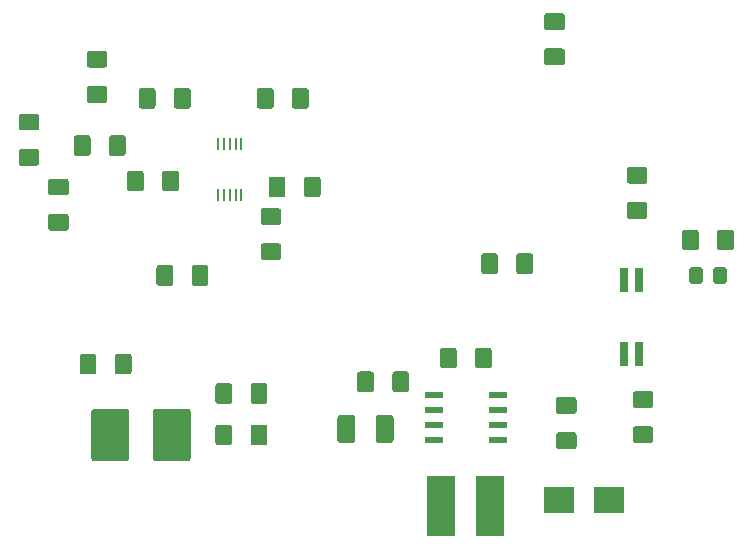
<source format=gbr>
G04 #@! TF.GenerationSoftware,KiCad,Pcbnew,5.1.5*
G04 #@! TF.CreationDate,2019-12-19T21:21:47+00:00*
G04 #@! TF.ProjectId,ESP32ControllerCircuit,45535033-3243-46f6-9e74-726f6c6c6572,rev?*
G04 #@! TF.SameCoordinates,Original*
G04 #@! TF.FileFunction,Paste,Top*
G04 #@! TF.FilePolarity,Positive*
%FSLAX46Y46*%
G04 Gerber Fmt 4.6, Leading zero omitted, Abs format (unit mm)*
G04 Created by KiCad (PCBNEW 5.1.5) date 2019-12-19 21:21:47*
%MOMM*%
%LPD*%
G04 APERTURE LIST*
%ADD10C,0.100000*%
%ADD11R,2.500000X2.300000*%
%ADD12R,0.250000X1.100000*%
%ADD13R,0.640000X2.000000*%
%ADD14R,2.350000X5.100000*%
%ADD15R,1.550000X0.600000*%
G04 APERTURE END LIST*
D10*
G36*
X82419504Y-91446204D02*
G01*
X82443773Y-91449804D01*
X82467571Y-91455765D01*
X82490671Y-91464030D01*
X82512849Y-91474520D01*
X82533893Y-91487133D01*
X82553598Y-91501747D01*
X82571777Y-91518223D01*
X82588253Y-91536402D01*
X82602867Y-91556107D01*
X82615480Y-91577151D01*
X82625970Y-91599329D01*
X82634235Y-91622429D01*
X82640196Y-91646227D01*
X82643796Y-91670496D01*
X82645000Y-91695000D01*
X82645000Y-92620000D01*
X82643796Y-92644504D01*
X82640196Y-92668773D01*
X82634235Y-92692571D01*
X82625970Y-92715671D01*
X82615480Y-92737849D01*
X82602867Y-92758893D01*
X82588253Y-92778598D01*
X82571777Y-92796777D01*
X82553598Y-92813253D01*
X82533893Y-92827867D01*
X82512849Y-92840480D01*
X82490671Y-92850970D01*
X82467571Y-92859235D01*
X82443773Y-92865196D01*
X82419504Y-92868796D01*
X82395000Y-92870000D01*
X81145000Y-92870000D01*
X81120496Y-92868796D01*
X81096227Y-92865196D01*
X81072429Y-92859235D01*
X81049329Y-92850970D01*
X81027151Y-92840480D01*
X81006107Y-92827867D01*
X80986402Y-92813253D01*
X80968223Y-92796777D01*
X80951747Y-92778598D01*
X80937133Y-92758893D01*
X80924520Y-92737849D01*
X80914030Y-92715671D01*
X80905765Y-92692571D01*
X80899804Y-92668773D01*
X80896204Y-92644504D01*
X80895000Y-92620000D01*
X80895000Y-91695000D01*
X80896204Y-91670496D01*
X80899804Y-91646227D01*
X80905765Y-91622429D01*
X80914030Y-91599329D01*
X80924520Y-91577151D01*
X80937133Y-91556107D01*
X80951747Y-91536402D01*
X80968223Y-91518223D01*
X80986402Y-91501747D01*
X81006107Y-91487133D01*
X81027151Y-91474520D01*
X81049329Y-91464030D01*
X81072429Y-91455765D01*
X81096227Y-91449804D01*
X81120496Y-91446204D01*
X81145000Y-91445000D01*
X82395000Y-91445000D01*
X82419504Y-91446204D01*
G37*
G36*
X82419504Y-88471204D02*
G01*
X82443773Y-88474804D01*
X82467571Y-88480765D01*
X82490671Y-88489030D01*
X82512849Y-88499520D01*
X82533893Y-88512133D01*
X82553598Y-88526747D01*
X82571777Y-88543223D01*
X82588253Y-88561402D01*
X82602867Y-88581107D01*
X82615480Y-88602151D01*
X82625970Y-88624329D01*
X82634235Y-88647429D01*
X82640196Y-88671227D01*
X82643796Y-88695496D01*
X82645000Y-88720000D01*
X82645000Y-89645000D01*
X82643796Y-89669504D01*
X82640196Y-89693773D01*
X82634235Y-89717571D01*
X82625970Y-89740671D01*
X82615480Y-89762849D01*
X82602867Y-89783893D01*
X82588253Y-89803598D01*
X82571777Y-89821777D01*
X82553598Y-89838253D01*
X82533893Y-89852867D01*
X82512849Y-89865480D01*
X82490671Y-89875970D01*
X82467571Y-89884235D01*
X82443773Y-89890196D01*
X82419504Y-89893796D01*
X82395000Y-89895000D01*
X81145000Y-89895000D01*
X81120496Y-89893796D01*
X81096227Y-89890196D01*
X81072429Y-89884235D01*
X81049329Y-89875970D01*
X81027151Y-89865480D01*
X81006107Y-89852867D01*
X80986402Y-89838253D01*
X80968223Y-89821777D01*
X80951747Y-89803598D01*
X80937133Y-89783893D01*
X80924520Y-89762849D01*
X80914030Y-89740671D01*
X80905765Y-89717571D01*
X80899804Y-89693773D01*
X80896204Y-89669504D01*
X80895000Y-89645000D01*
X80895000Y-88720000D01*
X80896204Y-88695496D01*
X80899804Y-88671227D01*
X80905765Y-88647429D01*
X80914030Y-88624329D01*
X80924520Y-88602151D01*
X80937133Y-88581107D01*
X80951747Y-88561402D01*
X80968223Y-88543223D01*
X80986402Y-88526747D01*
X81006107Y-88512133D01*
X81027151Y-88499520D01*
X81049329Y-88489030D01*
X81072429Y-88480765D01*
X81096227Y-88474804D01*
X81120496Y-88471204D01*
X81145000Y-88470000D01*
X82395000Y-88470000D01*
X82419504Y-88471204D01*
G37*
G36*
X100474504Y-99126204D02*
G01*
X100498773Y-99129804D01*
X100522571Y-99135765D01*
X100545671Y-99144030D01*
X100567849Y-99154520D01*
X100588893Y-99167133D01*
X100608598Y-99181747D01*
X100626777Y-99198223D01*
X100643253Y-99216402D01*
X100657867Y-99236107D01*
X100670480Y-99257151D01*
X100680970Y-99279329D01*
X100689235Y-99302429D01*
X100695196Y-99326227D01*
X100698796Y-99350496D01*
X100700000Y-99375000D01*
X100700000Y-100625000D01*
X100698796Y-100649504D01*
X100695196Y-100673773D01*
X100689235Y-100697571D01*
X100680970Y-100720671D01*
X100670480Y-100742849D01*
X100657867Y-100763893D01*
X100643253Y-100783598D01*
X100626777Y-100801777D01*
X100608598Y-100818253D01*
X100588893Y-100832867D01*
X100567849Y-100845480D01*
X100545671Y-100855970D01*
X100522571Y-100864235D01*
X100498773Y-100870196D01*
X100474504Y-100873796D01*
X100450000Y-100875000D01*
X99525000Y-100875000D01*
X99500496Y-100873796D01*
X99476227Y-100870196D01*
X99452429Y-100864235D01*
X99429329Y-100855970D01*
X99407151Y-100845480D01*
X99386107Y-100832867D01*
X99366402Y-100818253D01*
X99348223Y-100801777D01*
X99331747Y-100783598D01*
X99317133Y-100763893D01*
X99304520Y-100742849D01*
X99294030Y-100720671D01*
X99285765Y-100697571D01*
X99279804Y-100673773D01*
X99276204Y-100649504D01*
X99275000Y-100625000D01*
X99275000Y-99375000D01*
X99276204Y-99350496D01*
X99279804Y-99326227D01*
X99285765Y-99302429D01*
X99294030Y-99279329D01*
X99304520Y-99257151D01*
X99317133Y-99236107D01*
X99331747Y-99216402D01*
X99348223Y-99198223D01*
X99366402Y-99181747D01*
X99386107Y-99167133D01*
X99407151Y-99154520D01*
X99429329Y-99144030D01*
X99452429Y-99135765D01*
X99476227Y-99129804D01*
X99500496Y-99126204D01*
X99525000Y-99125000D01*
X100450000Y-99125000D01*
X100474504Y-99126204D01*
G37*
G36*
X97499504Y-99126204D02*
G01*
X97523773Y-99129804D01*
X97547571Y-99135765D01*
X97570671Y-99144030D01*
X97592849Y-99154520D01*
X97613893Y-99167133D01*
X97633598Y-99181747D01*
X97651777Y-99198223D01*
X97668253Y-99216402D01*
X97682867Y-99236107D01*
X97695480Y-99257151D01*
X97705970Y-99279329D01*
X97714235Y-99302429D01*
X97720196Y-99326227D01*
X97723796Y-99350496D01*
X97725000Y-99375000D01*
X97725000Y-100625000D01*
X97723796Y-100649504D01*
X97720196Y-100673773D01*
X97714235Y-100697571D01*
X97705970Y-100720671D01*
X97695480Y-100742849D01*
X97682867Y-100763893D01*
X97668253Y-100783598D01*
X97651777Y-100801777D01*
X97633598Y-100818253D01*
X97613893Y-100832867D01*
X97592849Y-100845480D01*
X97570671Y-100855970D01*
X97547571Y-100864235D01*
X97523773Y-100870196D01*
X97499504Y-100873796D01*
X97475000Y-100875000D01*
X96550000Y-100875000D01*
X96525496Y-100873796D01*
X96501227Y-100870196D01*
X96477429Y-100864235D01*
X96454329Y-100855970D01*
X96432151Y-100845480D01*
X96411107Y-100832867D01*
X96391402Y-100818253D01*
X96373223Y-100801777D01*
X96356747Y-100783598D01*
X96342133Y-100763893D01*
X96329520Y-100742849D01*
X96319030Y-100720671D01*
X96310765Y-100697571D01*
X96304804Y-100673773D01*
X96301204Y-100649504D01*
X96300000Y-100625000D01*
X96300000Y-99375000D01*
X96301204Y-99350496D01*
X96304804Y-99326227D01*
X96310765Y-99302429D01*
X96319030Y-99279329D01*
X96329520Y-99257151D01*
X96342133Y-99236107D01*
X96356747Y-99216402D01*
X96373223Y-99198223D01*
X96391402Y-99181747D01*
X96411107Y-99167133D01*
X96432151Y-99154520D01*
X96454329Y-99144030D01*
X96477429Y-99135765D01*
X96501227Y-99129804D01*
X96525496Y-99126204D01*
X96550000Y-99125000D01*
X97475000Y-99125000D01*
X97499504Y-99126204D01*
G37*
G36*
X115499504Y-105626204D02*
G01*
X115523773Y-105629804D01*
X115547571Y-105635765D01*
X115570671Y-105644030D01*
X115592849Y-105654520D01*
X115613893Y-105667133D01*
X115633598Y-105681747D01*
X115651777Y-105698223D01*
X115668253Y-105716402D01*
X115682867Y-105736107D01*
X115695480Y-105757151D01*
X115705970Y-105779329D01*
X115714235Y-105802429D01*
X115720196Y-105826227D01*
X115723796Y-105850496D01*
X115725000Y-105875000D01*
X115725000Y-107125000D01*
X115723796Y-107149504D01*
X115720196Y-107173773D01*
X115714235Y-107197571D01*
X115705970Y-107220671D01*
X115695480Y-107242849D01*
X115682867Y-107263893D01*
X115668253Y-107283598D01*
X115651777Y-107301777D01*
X115633598Y-107318253D01*
X115613893Y-107332867D01*
X115592849Y-107345480D01*
X115570671Y-107355970D01*
X115547571Y-107364235D01*
X115523773Y-107370196D01*
X115499504Y-107373796D01*
X115475000Y-107375000D01*
X114550000Y-107375000D01*
X114525496Y-107373796D01*
X114501227Y-107370196D01*
X114477429Y-107364235D01*
X114454329Y-107355970D01*
X114432151Y-107345480D01*
X114411107Y-107332867D01*
X114391402Y-107318253D01*
X114373223Y-107301777D01*
X114356747Y-107283598D01*
X114342133Y-107263893D01*
X114329520Y-107242849D01*
X114319030Y-107220671D01*
X114310765Y-107197571D01*
X114304804Y-107173773D01*
X114301204Y-107149504D01*
X114300000Y-107125000D01*
X114300000Y-105875000D01*
X114301204Y-105850496D01*
X114304804Y-105826227D01*
X114310765Y-105802429D01*
X114319030Y-105779329D01*
X114329520Y-105757151D01*
X114342133Y-105736107D01*
X114356747Y-105716402D01*
X114373223Y-105698223D01*
X114391402Y-105681747D01*
X114411107Y-105667133D01*
X114432151Y-105654520D01*
X114454329Y-105644030D01*
X114477429Y-105635765D01*
X114501227Y-105629804D01*
X114525496Y-105626204D01*
X114550000Y-105625000D01*
X115475000Y-105625000D01*
X115499504Y-105626204D01*
G37*
G36*
X118474504Y-105626204D02*
G01*
X118498773Y-105629804D01*
X118522571Y-105635765D01*
X118545671Y-105644030D01*
X118567849Y-105654520D01*
X118588893Y-105667133D01*
X118608598Y-105681747D01*
X118626777Y-105698223D01*
X118643253Y-105716402D01*
X118657867Y-105736107D01*
X118670480Y-105757151D01*
X118680970Y-105779329D01*
X118689235Y-105802429D01*
X118695196Y-105826227D01*
X118698796Y-105850496D01*
X118700000Y-105875000D01*
X118700000Y-107125000D01*
X118698796Y-107149504D01*
X118695196Y-107173773D01*
X118689235Y-107197571D01*
X118680970Y-107220671D01*
X118670480Y-107242849D01*
X118657867Y-107263893D01*
X118643253Y-107283598D01*
X118626777Y-107301777D01*
X118608598Y-107318253D01*
X118588893Y-107332867D01*
X118567849Y-107345480D01*
X118545671Y-107355970D01*
X118522571Y-107364235D01*
X118498773Y-107370196D01*
X118474504Y-107373796D01*
X118450000Y-107375000D01*
X117525000Y-107375000D01*
X117500496Y-107373796D01*
X117476227Y-107370196D01*
X117452429Y-107364235D01*
X117429329Y-107355970D01*
X117407151Y-107345480D01*
X117386107Y-107332867D01*
X117366402Y-107318253D01*
X117348223Y-107301777D01*
X117331747Y-107283598D01*
X117317133Y-107263893D01*
X117304520Y-107242849D01*
X117294030Y-107220671D01*
X117285765Y-107197571D01*
X117279804Y-107173773D01*
X117276204Y-107149504D01*
X117275000Y-107125000D01*
X117275000Y-105875000D01*
X117276204Y-105850496D01*
X117279804Y-105826227D01*
X117285765Y-105802429D01*
X117294030Y-105779329D01*
X117304520Y-105757151D01*
X117317133Y-105736107D01*
X117331747Y-105716402D01*
X117348223Y-105698223D01*
X117366402Y-105681747D01*
X117386107Y-105667133D01*
X117407151Y-105654520D01*
X117429329Y-105644030D01*
X117452429Y-105635765D01*
X117476227Y-105629804D01*
X117500496Y-105626204D01*
X117525000Y-105625000D01*
X118450000Y-105625000D01*
X118474504Y-105626204D01*
G37*
G36*
X88474504Y-98626204D02*
G01*
X88498773Y-98629804D01*
X88522571Y-98635765D01*
X88545671Y-98644030D01*
X88567849Y-98654520D01*
X88588893Y-98667133D01*
X88608598Y-98681747D01*
X88626777Y-98698223D01*
X88643253Y-98716402D01*
X88657867Y-98736107D01*
X88670480Y-98757151D01*
X88680970Y-98779329D01*
X88689235Y-98802429D01*
X88695196Y-98826227D01*
X88698796Y-98850496D01*
X88700000Y-98875000D01*
X88700000Y-100125000D01*
X88698796Y-100149504D01*
X88695196Y-100173773D01*
X88689235Y-100197571D01*
X88680970Y-100220671D01*
X88670480Y-100242849D01*
X88657867Y-100263893D01*
X88643253Y-100283598D01*
X88626777Y-100301777D01*
X88608598Y-100318253D01*
X88588893Y-100332867D01*
X88567849Y-100345480D01*
X88545671Y-100355970D01*
X88522571Y-100364235D01*
X88498773Y-100370196D01*
X88474504Y-100373796D01*
X88450000Y-100375000D01*
X87525000Y-100375000D01*
X87500496Y-100373796D01*
X87476227Y-100370196D01*
X87452429Y-100364235D01*
X87429329Y-100355970D01*
X87407151Y-100345480D01*
X87386107Y-100332867D01*
X87366402Y-100318253D01*
X87348223Y-100301777D01*
X87331747Y-100283598D01*
X87317133Y-100263893D01*
X87304520Y-100242849D01*
X87294030Y-100220671D01*
X87285765Y-100197571D01*
X87279804Y-100173773D01*
X87276204Y-100149504D01*
X87275000Y-100125000D01*
X87275000Y-98875000D01*
X87276204Y-98850496D01*
X87279804Y-98826227D01*
X87285765Y-98802429D01*
X87294030Y-98779329D01*
X87304520Y-98757151D01*
X87317133Y-98736107D01*
X87331747Y-98716402D01*
X87348223Y-98698223D01*
X87366402Y-98681747D01*
X87386107Y-98667133D01*
X87407151Y-98654520D01*
X87429329Y-98644030D01*
X87452429Y-98635765D01*
X87476227Y-98629804D01*
X87500496Y-98626204D01*
X87525000Y-98625000D01*
X88450000Y-98625000D01*
X88474504Y-98626204D01*
G37*
G36*
X85499504Y-98626204D02*
G01*
X85523773Y-98629804D01*
X85547571Y-98635765D01*
X85570671Y-98644030D01*
X85592849Y-98654520D01*
X85613893Y-98667133D01*
X85633598Y-98681747D01*
X85651777Y-98698223D01*
X85668253Y-98716402D01*
X85682867Y-98736107D01*
X85695480Y-98757151D01*
X85705970Y-98779329D01*
X85714235Y-98802429D01*
X85720196Y-98826227D01*
X85723796Y-98850496D01*
X85725000Y-98875000D01*
X85725000Y-100125000D01*
X85723796Y-100149504D01*
X85720196Y-100173773D01*
X85714235Y-100197571D01*
X85705970Y-100220671D01*
X85695480Y-100242849D01*
X85682867Y-100263893D01*
X85668253Y-100283598D01*
X85651777Y-100301777D01*
X85633598Y-100318253D01*
X85613893Y-100332867D01*
X85592849Y-100345480D01*
X85570671Y-100355970D01*
X85547571Y-100364235D01*
X85523773Y-100370196D01*
X85499504Y-100373796D01*
X85475000Y-100375000D01*
X84550000Y-100375000D01*
X84525496Y-100373796D01*
X84501227Y-100370196D01*
X84477429Y-100364235D01*
X84454329Y-100355970D01*
X84432151Y-100345480D01*
X84411107Y-100332867D01*
X84391402Y-100318253D01*
X84373223Y-100301777D01*
X84356747Y-100283598D01*
X84342133Y-100263893D01*
X84329520Y-100242849D01*
X84319030Y-100220671D01*
X84310765Y-100197571D01*
X84304804Y-100173773D01*
X84301204Y-100149504D01*
X84300000Y-100125000D01*
X84300000Y-98875000D01*
X84301204Y-98850496D01*
X84304804Y-98826227D01*
X84310765Y-98802429D01*
X84319030Y-98779329D01*
X84329520Y-98757151D01*
X84342133Y-98736107D01*
X84356747Y-98716402D01*
X84373223Y-98698223D01*
X84391402Y-98681747D01*
X84411107Y-98667133D01*
X84432151Y-98654520D01*
X84454329Y-98644030D01*
X84477429Y-98635765D01*
X84501227Y-98629804D01*
X84525496Y-98626204D01*
X84550000Y-98625000D01*
X85475000Y-98625000D01*
X85499504Y-98626204D01*
G37*
G36*
X122149504Y-120776204D02*
G01*
X122173773Y-120779804D01*
X122197571Y-120785765D01*
X122220671Y-120794030D01*
X122242849Y-120804520D01*
X122263893Y-120817133D01*
X122283598Y-120831747D01*
X122301777Y-120848223D01*
X122318253Y-120866402D01*
X122332867Y-120886107D01*
X122345480Y-120907151D01*
X122355970Y-120929329D01*
X122364235Y-120952429D01*
X122370196Y-120976227D01*
X122373796Y-121000496D01*
X122375000Y-121025000D01*
X122375000Y-121950000D01*
X122373796Y-121974504D01*
X122370196Y-121998773D01*
X122364235Y-122022571D01*
X122355970Y-122045671D01*
X122345480Y-122067849D01*
X122332867Y-122088893D01*
X122318253Y-122108598D01*
X122301777Y-122126777D01*
X122283598Y-122143253D01*
X122263893Y-122157867D01*
X122242849Y-122170480D01*
X122220671Y-122180970D01*
X122197571Y-122189235D01*
X122173773Y-122195196D01*
X122149504Y-122198796D01*
X122125000Y-122200000D01*
X120875000Y-122200000D01*
X120850496Y-122198796D01*
X120826227Y-122195196D01*
X120802429Y-122189235D01*
X120779329Y-122180970D01*
X120757151Y-122170480D01*
X120736107Y-122157867D01*
X120716402Y-122143253D01*
X120698223Y-122126777D01*
X120681747Y-122108598D01*
X120667133Y-122088893D01*
X120654520Y-122067849D01*
X120644030Y-122045671D01*
X120635765Y-122022571D01*
X120629804Y-121998773D01*
X120626204Y-121974504D01*
X120625000Y-121950000D01*
X120625000Y-121025000D01*
X120626204Y-121000496D01*
X120629804Y-120976227D01*
X120635765Y-120952429D01*
X120644030Y-120929329D01*
X120654520Y-120907151D01*
X120667133Y-120886107D01*
X120681747Y-120866402D01*
X120698223Y-120848223D01*
X120716402Y-120831747D01*
X120736107Y-120817133D01*
X120757151Y-120804520D01*
X120779329Y-120794030D01*
X120802429Y-120785765D01*
X120826227Y-120779804D01*
X120850496Y-120776204D01*
X120875000Y-120775000D01*
X122125000Y-120775000D01*
X122149504Y-120776204D01*
G37*
G36*
X122149504Y-117801204D02*
G01*
X122173773Y-117804804D01*
X122197571Y-117810765D01*
X122220671Y-117819030D01*
X122242849Y-117829520D01*
X122263893Y-117842133D01*
X122283598Y-117856747D01*
X122301777Y-117873223D01*
X122318253Y-117891402D01*
X122332867Y-117911107D01*
X122345480Y-117932151D01*
X122355970Y-117954329D01*
X122364235Y-117977429D01*
X122370196Y-118001227D01*
X122373796Y-118025496D01*
X122375000Y-118050000D01*
X122375000Y-118975000D01*
X122373796Y-118999504D01*
X122370196Y-119023773D01*
X122364235Y-119047571D01*
X122355970Y-119070671D01*
X122345480Y-119092849D01*
X122332867Y-119113893D01*
X122318253Y-119133598D01*
X122301777Y-119151777D01*
X122283598Y-119168253D01*
X122263893Y-119182867D01*
X122242849Y-119195480D01*
X122220671Y-119205970D01*
X122197571Y-119214235D01*
X122173773Y-119220196D01*
X122149504Y-119223796D01*
X122125000Y-119225000D01*
X120875000Y-119225000D01*
X120850496Y-119223796D01*
X120826227Y-119220196D01*
X120802429Y-119214235D01*
X120779329Y-119205970D01*
X120757151Y-119195480D01*
X120736107Y-119182867D01*
X120716402Y-119168253D01*
X120698223Y-119151777D01*
X120681747Y-119133598D01*
X120667133Y-119113893D01*
X120654520Y-119092849D01*
X120644030Y-119070671D01*
X120635765Y-119047571D01*
X120629804Y-119023773D01*
X120626204Y-118999504D01*
X120625000Y-118975000D01*
X120625000Y-118050000D01*
X120626204Y-118025496D01*
X120629804Y-118001227D01*
X120635765Y-117977429D01*
X120644030Y-117954329D01*
X120654520Y-117932151D01*
X120667133Y-117911107D01*
X120681747Y-117891402D01*
X120698223Y-117873223D01*
X120716402Y-117856747D01*
X120736107Y-117842133D01*
X120757151Y-117829520D01*
X120779329Y-117819030D01*
X120802429Y-117810765D01*
X120826227Y-117804804D01*
X120850496Y-117801204D01*
X120875000Y-117800000D01*
X122125000Y-117800000D01*
X122149504Y-117801204D01*
G37*
G36*
X104999504Y-115626204D02*
G01*
X105023773Y-115629804D01*
X105047571Y-115635765D01*
X105070671Y-115644030D01*
X105092849Y-115654520D01*
X105113893Y-115667133D01*
X105133598Y-115681747D01*
X105151777Y-115698223D01*
X105168253Y-115716402D01*
X105182867Y-115736107D01*
X105195480Y-115757151D01*
X105205970Y-115779329D01*
X105214235Y-115802429D01*
X105220196Y-115826227D01*
X105223796Y-115850496D01*
X105225000Y-115875000D01*
X105225000Y-117125000D01*
X105223796Y-117149504D01*
X105220196Y-117173773D01*
X105214235Y-117197571D01*
X105205970Y-117220671D01*
X105195480Y-117242849D01*
X105182867Y-117263893D01*
X105168253Y-117283598D01*
X105151777Y-117301777D01*
X105133598Y-117318253D01*
X105113893Y-117332867D01*
X105092849Y-117345480D01*
X105070671Y-117355970D01*
X105047571Y-117364235D01*
X105023773Y-117370196D01*
X104999504Y-117373796D01*
X104975000Y-117375000D01*
X104050000Y-117375000D01*
X104025496Y-117373796D01*
X104001227Y-117370196D01*
X103977429Y-117364235D01*
X103954329Y-117355970D01*
X103932151Y-117345480D01*
X103911107Y-117332867D01*
X103891402Y-117318253D01*
X103873223Y-117301777D01*
X103856747Y-117283598D01*
X103842133Y-117263893D01*
X103829520Y-117242849D01*
X103819030Y-117220671D01*
X103810765Y-117197571D01*
X103804804Y-117173773D01*
X103801204Y-117149504D01*
X103800000Y-117125000D01*
X103800000Y-115875000D01*
X103801204Y-115850496D01*
X103804804Y-115826227D01*
X103810765Y-115802429D01*
X103819030Y-115779329D01*
X103829520Y-115757151D01*
X103842133Y-115736107D01*
X103856747Y-115716402D01*
X103873223Y-115698223D01*
X103891402Y-115681747D01*
X103911107Y-115667133D01*
X103932151Y-115654520D01*
X103954329Y-115644030D01*
X103977429Y-115635765D01*
X104001227Y-115629804D01*
X104025496Y-115626204D01*
X104050000Y-115625000D01*
X104975000Y-115625000D01*
X104999504Y-115626204D01*
G37*
G36*
X107974504Y-115626204D02*
G01*
X107998773Y-115629804D01*
X108022571Y-115635765D01*
X108045671Y-115644030D01*
X108067849Y-115654520D01*
X108088893Y-115667133D01*
X108108598Y-115681747D01*
X108126777Y-115698223D01*
X108143253Y-115716402D01*
X108157867Y-115736107D01*
X108170480Y-115757151D01*
X108180970Y-115779329D01*
X108189235Y-115802429D01*
X108195196Y-115826227D01*
X108198796Y-115850496D01*
X108200000Y-115875000D01*
X108200000Y-117125000D01*
X108198796Y-117149504D01*
X108195196Y-117173773D01*
X108189235Y-117197571D01*
X108180970Y-117220671D01*
X108170480Y-117242849D01*
X108157867Y-117263893D01*
X108143253Y-117283598D01*
X108126777Y-117301777D01*
X108108598Y-117318253D01*
X108088893Y-117332867D01*
X108067849Y-117345480D01*
X108045671Y-117355970D01*
X108022571Y-117364235D01*
X107998773Y-117370196D01*
X107974504Y-117373796D01*
X107950000Y-117375000D01*
X107025000Y-117375000D01*
X107000496Y-117373796D01*
X106976227Y-117370196D01*
X106952429Y-117364235D01*
X106929329Y-117355970D01*
X106907151Y-117345480D01*
X106886107Y-117332867D01*
X106866402Y-117318253D01*
X106848223Y-117301777D01*
X106831747Y-117283598D01*
X106817133Y-117263893D01*
X106804520Y-117242849D01*
X106794030Y-117220671D01*
X106785765Y-117197571D01*
X106779804Y-117173773D01*
X106776204Y-117149504D01*
X106775000Y-117125000D01*
X106775000Y-115875000D01*
X106776204Y-115850496D01*
X106779804Y-115826227D01*
X106785765Y-115802429D01*
X106794030Y-115779329D01*
X106804520Y-115757151D01*
X106817133Y-115736107D01*
X106831747Y-115716402D01*
X106848223Y-115698223D01*
X106866402Y-115681747D01*
X106886107Y-115667133D01*
X106907151Y-115654520D01*
X106929329Y-115644030D01*
X106952429Y-115635765D01*
X106976227Y-115629804D01*
X107000496Y-115626204D01*
X107025000Y-115625000D01*
X107950000Y-115625000D01*
X107974504Y-115626204D01*
G37*
G36*
X114974504Y-113626204D02*
G01*
X114998773Y-113629804D01*
X115022571Y-113635765D01*
X115045671Y-113644030D01*
X115067849Y-113654520D01*
X115088893Y-113667133D01*
X115108598Y-113681747D01*
X115126777Y-113698223D01*
X115143253Y-113716402D01*
X115157867Y-113736107D01*
X115170480Y-113757151D01*
X115180970Y-113779329D01*
X115189235Y-113802429D01*
X115195196Y-113826227D01*
X115198796Y-113850496D01*
X115200000Y-113875000D01*
X115200000Y-115125000D01*
X115198796Y-115149504D01*
X115195196Y-115173773D01*
X115189235Y-115197571D01*
X115180970Y-115220671D01*
X115170480Y-115242849D01*
X115157867Y-115263893D01*
X115143253Y-115283598D01*
X115126777Y-115301777D01*
X115108598Y-115318253D01*
X115088893Y-115332867D01*
X115067849Y-115345480D01*
X115045671Y-115355970D01*
X115022571Y-115364235D01*
X114998773Y-115370196D01*
X114974504Y-115373796D01*
X114950000Y-115375000D01*
X114025000Y-115375000D01*
X114000496Y-115373796D01*
X113976227Y-115370196D01*
X113952429Y-115364235D01*
X113929329Y-115355970D01*
X113907151Y-115345480D01*
X113886107Y-115332867D01*
X113866402Y-115318253D01*
X113848223Y-115301777D01*
X113831747Y-115283598D01*
X113817133Y-115263893D01*
X113804520Y-115242849D01*
X113794030Y-115220671D01*
X113785765Y-115197571D01*
X113779804Y-115173773D01*
X113776204Y-115149504D01*
X113775000Y-115125000D01*
X113775000Y-113875000D01*
X113776204Y-113850496D01*
X113779804Y-113826227D01*
X113785765Y-113802429D01*
X113794030Y-113779329D01*
X113804520Y-113757151D01*
X113817133Y-113736107D01*
X113831747Y-113716402D01*
X113848223Y-113698223D01*
X113866402Y-113681747D01*
X113886107Y-113667133D01*
X113907151Y-113654520D01*
X113929329Y-113644030D01*
X113952429Y-113635765D01*
X113976227Y-113629804D01*
X114000496Y-113626204D01*
X114025000Y-113625000D01*
X114950000Y-113625000D01*
X114974504Y-113626204D01*
G37*
G36*
X111999504Y-113626204D02*
G01*
X112023773Y-113629804D01*
X112047571Y-113635765D01*
X112070671Y-113644030D01*
X112092849Y-113654520D01*
X112113893Y-113667133D01*
X112133598Y-113681747D01*
X112151777Y-113698223D01*
X112168253Y-113716402D01*
X112182867Y-113736107D01*
X112195480Y-113757151D01*
X112205970Y-113779329D01*
X112214235Y-113802429D01*
X112220196Y-113826227D01*
X112223796Y-113850496D01*
X112225000Y-113875000D01*
X112225000Y-115125000D01*
X112223796Y-115149504D01*
X112220196Y-115173773D01*
X112214235Y-115197571D01*
X112205970Y-115220671D01*
X112195480Y-115242849D01*
X112182867Y-115263893D01*
X112168253Y-115283598D01*
X112151777Y-115301777D01*
X112133598Y-115318253D01*
X112113893Y-115332867D01*
X112092849Y-115345480D01*
X112070671Y-115355970D01*
X112047571Y-115364235D01*
X112023773Y-115370196D01*
X111999504Y-115373796D01*
X111975000Y-115375000D01*
X111050000Y-115375000D01*
X111025496Y-115373796D01*
X111001227Y-115370196D01*
X110977429Y-115364235D01*
X110954329Y-115355970D01*
X110932151Y-115345480D01*
X110911107Y-115332867D01*
X110891402Y-115318253D01*
X110873223Y-115301777D01*
X110856747Y-115283598D01*
X110842133Y-115263893D01*
X110829520Y-115242849D01*
X110819030Y-115220671D01*
X110810765Y-115197571D01*
X110804804Y-115173773D01*
X110801204Y-115149504D01*
X110800000Y-115125000D01*
X110800000Y-113875000D01*
X110801204Y-113850496D01*
X110804804Y-113826227D01*
X110810765Y-113802429D01*
X110819030Y-113779329D01*
X110829520Y-113757151D01*
X110842133Y-113736107D01*
X110856747Y-113716402D01*
X110873223Y-113698223D01*
X110891402Y-113681747D01*
X110911107Y-113667133D01*
X110932151Y-113654520D01*
X110954329Y-113644030D01*
X110977429Y-113635765D01*
X111001227Y-113629804D01*
X111025496Y-113626204D01*
X111050000Y-113625000D01*
X111975000Y-113625000D01*
X111999504Y-113626204D01*
G37*
G36*
X106649504Y-119326204D02*
G01*
X106673773Y-119329804D01*
X106697571Y-119335765D01*
X106720671Y-119344030D01*
X106742849Y-119354520D01*
X106763893Y-119367133D01*
X106783598Y-119381747D01*
X106801777Y-119398223D01*
X106818253Y-119416402D01*
X106832867Y-119436107D01*
X106845480Y-119457151D01*
X106855970Y-119479329D01*
X106864235Y-119502429D01*
X106870196Y-119526227D01*
X106873796Y-119550496D01*
X106875000Y-119575000D01*
X106875000Y-121425000D01*
X106873796Y-121449504D01*
X106870196Y-121473773D01*
X106864235Y-121497571D01*
X106855970Y-121520671D01*
X106845480Y-121542849D01*
X106832867Y-121563893D01*
X106818253Y-121583598D01*
X106801777Y-121601777D01*
X106783598Y-121618253D01*
X106763893Y-121632867D01*
X106742849Y-121645480D01*
X106720671Y-121655970D01*
X106697571Y-121664235D01*
X106673773Y-121670196D01*
X106649504Y-121673796D01*
X106625000Y-121675000D01*
X105625000Y-121675000D01*
X105600496Y-121673796D01*
X105576227Y-121670196D01*
X105552429Y-121664235D01*
X105529329Y-121655970D01*
X105507151Y-121645480D01*
X105486107Y-121632867D01*
X105466402Y-121618253D01*
X105448223Y-121601777D01*
X105431747Y-121583598D01*
X105417133Y-121563893D01*
X105404520Y-121542849D01*
X105394030Y-121520671D01*
X105385765Y-121497571D01*
X105379804Y-121473773D01*
X105376204Y-121449504D01*
X105375000Y-121425000D01*
X105375000Y-119575000D01*
X105376204Y-119550496D01*
X105379804Y-119526227D01*
X105385765Y-119502429D01*
X105394030Y-119479329D01*
X105404520Y-119457151D01*
X105417133Y-119436107D01*
X105431747Y-119416402D01*
X105448223Y-119398223D01*
X105466402Y-119381747D01*
X105486107Y-119367133D01*
X105507151Y-119354520D01*
X105529329Y-119344030D01*
X105552429Y-119335765D01*
X105576227Y-119329804D01*
X105600496Y-119326204D01*
X105625000Y-119325000D01*
X106625000Y-119325000D01*
X106649504Y-119326204D01*
G37*
G36*
X103399504Y-119326204D02*
G01*
X103423773Y-119329804D01*
X103447571Y-119335765D01*
X103470671Y-119344030D01*
X103492849Y-119354520D01*
X103513893Y-119367133D01*
X103533598Y-119381747D01*
X103551777Y-119398223D01*
X103568253Y-119416402D01*
X103582867Y-119436107D01*
X103595480Y-119457151D01*
X103605970Y-119479329D01*
X103614235Y-119502429D01*
X103620196Y-119526227D01*
X103623796Y-119550496D01*
X103625000Y-119575000D01*
X103625000Y-121425000D01*
X103623796Y-121449504D01*
X103620196Y-121473773D01*
X103614235Y-121497571D01*
X103605970Y-121520671D01*
X103595480Y-121542849D01*
X103582867Y-121563893D01*
X103568253Y-121583598D01*
X103551777Y-121601777D01*
X103533598Y-121618253D01*
X103513893Y-121632867D01*
X103492849Y-121645480D01*
X103470671Y-121655970D01*
X103447571Y-121664235D01*
X103423773Y-121670196D01*
X103399504Y-121673796D01*
X103375000Y-121675000D01*
X102375000Y-121675000D01*
X102350496Y-121673796D01*
X102326227Y-121670196D01*
X102302429Y-121664235D01*
X102279329Y-121655970D01*
X102257151Y-121645480D01*
X102236107Y-121632867D01*
X102216402Y-121618253D01*
X102198223Y-121601777D01*
X102181747Y-121583598D01*
X102167133Y-121563893D01*
X102154520Y-121542849D01*
X102144030Y-121520671D01*
X102135765Y-121497571D01*
X102129804Y-121473773D01*
X102126204Y-121449504D01*
X102125000Y-121425000D01*
X102125000Y-119575000D01*
X102126204Y-119550496D01*
X102129804Y-119526227D01*
X102135765Y-119502429D01*
X102144030Y-119479329D01*
X102154520Y-119457151D01*
X102167133Y-119436107D01*
X102181747Y-119416402D01*
X102198223Y-119398223D01*
X102216402Y-119381747D01*
X102236107Y-119367133D01*
X102257151Y-119354520D01*
X102279329Y-119344030D01*
X102302429Y-119335765D01*
X102326227Y-119329804D01*
X102350496Y-119326204D01*
X102375000Y-119325000D01*
X103375000Y-119325000D01*
X103399504Y-119326204D01*
G37*
D11*
X120850000Y-126500000D03*
X125150000Y-126500000D03*
D10*
G36*
X84274504Y-118776204D02*
G01*
X84298773Y-118779804D01*
X84322571Y-118785765D01*
X84345671Y-118794030D01*
X84367849Y-118804520D01*
X84388893Y-118817133D01*
X84408598Y-118831747D01*
X84426777Y-118848223D01*
X84443253Y-118866402D01*
X84457867Y-118886107D01*
X84470480Y-118907151D01*
X84480970Y-118929329D01*
X84489235Y-118952429D01*
X84495196Y-118976227D01*
X84498796Y-119000496D01*
X84500000Y-119025000D01*
X84500000Y-122975000D01*
X84498796Y-122999504D01*
X84495196Y-123023773D01*
X84489235Y-123047571D01*
X84480970Y-123070671D01*
X84470480Y-123092849D01*
X84457867Y-123113893D01*
X84443253Y-123133598D01*
X84426777Y-123151777D01*
X84408598Y-123168253D01*
X84388893Y-123182867D01*
X84367849Y-123195480D01*
X84345671Y-123205970D01*
X84322571Y-123214235D01*
X84298773Y-123220196D01*
X84274504Y-123223796D01*
X84250000Y-123225000D01*
X81550000Y-123225000D01*
X81525496Y-123223796D01*
X81501227Y-123220196D01*
X81477429Y-123214235D01*
X81454329Y-123205970D01*
X81432151Y-123195480D01*
X81411107Y-123182867D01*
X81391402Y-123168253D01*
X81373223Y-123151777D01*
X81356747Y-123133598D01*
X81342133Y-123113893D01*
X81329520Y-123092849D01*
X81319030Y-123070671D01*
X81310765Y-123047571D01*
X81304804Y-123023773D01*
X81301204Y-122999504D01*
X81300000Y-122975000D01*
X81300000Y-119025000D01*
X81301204Y-119000496D01*
X81304804Y-118976227D01*
X81310765Y-118952429D01*
X81319030Y-118929329D01*
X81329520Y-118907151D01*
X81342133Y-118886107D01*
X81356747Y-118866402D01*
X81373223Y-118848223D01*
X81391402Y-118831747D01*
X81411107Y-118817133D01*
X81432151Y-118804520D01*
X81454329Y-118794030D01*
X81477429Y-118785765D01*
X81501227Y-118779804D01*
X81525496Y-118776204D01*
X81550000Y-118775000D01*
X84250000Y-118775000D01*
X84274504Y-118776204D01*
G37*
G36*
X89474504Y-118776204D02*
G01*
X89498773Y-118779804D01*
X89522571Y-118785765D01*
X89545671Y-118794030D01*
X89567849Y-118804520D01*
X89588893Y-118817133D01*
X89608598Y-118831747D01*
X89626777Y-118848223D01*
X89643253Y-118866402D01*
X89657867Y-118886107D01*
X89670480Y-118907151D01*
X89680970Y-118929329D01*
X89689235Y-118952429D01*
X89695196Y-118976227D01*
X89698796Y-119000496D01*
X89700000Y-119025000D01*
X89700000Y-122975000D01*
X89698796Y-122999504D01*
X89695196Y-123023773D01*
X89689235Y-123047571D01*
X89680970Y-123070671D01*
X89670480Y-123092849D01*
X89657867Y-123113893D01*
X89643253Y-123133598D01*
X89626777Y-123151777D01*
X89608598Y-123168253D01*
X89588893Y-123182867D01*
X89567849Y-123195480D01*
X89545671Y-123205970D01*
X89522571Y-123214235D01*
X89498773Y-123220196D01*
X89474504Y-123223796D01*
X89450000Y-123225000D01*
X86750000Y-123225000D01*
X86725496Y-123223796D01*
X86701227Y-123220196D01*
X86677429Y-123214235D01*
X86654329Y-123205970D01*
X86632151Y-123195480D01*
X86611107Y-123182867D01*
X86591402Y-123168253D01*
X86573223Y-123151777D01*
X86556747Y-123133598D01*
X86542133Y-123113893D01*
X86529520Y-123092849D01*
X86519030Y-123070671D01*
X86510765Y-123047571D01*
X86504804Y-123023773D01*
X86501204Y-122999504D01*
X86500000Y-122975000D01*
X86500000Y-119025000D01*
X86501204Y-119000496D01*
X86504804Y-118976227D01*
X86510765Y-118952429D01*
X86519030Y-118929329D01*
X86529520Y-118907151D01*
X86542133Y-118886107D01*
X86556747Y-118866402D01*
X86573223Y-118848223D01*
X86591402Y-118831747D01*
X86611107Y-118817133D01*
X86632151Y-118804520D01*
X86654329Y-118794030D01*
X86677429Y-118785765D01*
X86701227Y-118779804D01*
X86725496Y-118776204D01*
X86750000Y-118775000D01*
X89450000Y-118775000D01*
X89474504Y-118776204D01*
G37*
G36*
X89474504Y-91626204D02*
G01*
X89498773Y-91629804D01*
X89522571Y-91635765D01*
X89545671Y-91644030D01*
X89567849Y-91654520D01*
X89588893Y-91667133D01*
X89608598Y-91681747D01*
X89626777Y-91698223D01*
X89643253Y-91716402D01*
X89657867Y-91736107D01*
X89670480Y-91757151D01*
X89680970Y-91779329D01*
X89689235Y-91802429D01*
X89695196Y-91826227D01*
X89698796Y-91850496D01*
X89700000Y-91875000D01*
X89700000Y-93125000D01*
X89698796Y-93149504D01*
X89695196Y-93173773D01*
X89689235Y-93197571D01*
X89680970Y-93220671D01*
X89670480Y-93242849D01*
X89657867Y-93263893D01*
X89643253Y-93283598D01*
X89626777Y-93301777D01*
X89608598Y-93318253D01*
X89588893Y-93332867D01*
X89567849Y-93345480D01*
X89545671Y-93355970D01*
X89522571Y-93364235D01*
X89498773Y-93370196D01*
X89474504Y-93373796D01*
X89450000Y-93375000D01*
X88525000Y-93375000D01*
X88500496Y-93373796D01*
X88476227Y-93370196D01*
X88452429Y-93364235D01*
X88429329Y-93355970D01*
X88407151Y-93345480D01*
X88386107Y-93332867D01*
X88366402Y-93318253D01*
X88348223Y-93301777D01*
X88331747Y-93283598D01*
X88317133Y-93263893D01*
X88304520Y-93242849D01*
X88294030Y-93220671D01*
X88285765Y-93197571D01*
X88279804Y-93173773D01*
X88276204Y-93149504D01*
X88275000Y-93125000D01*
X88275000Y-91875000D01*
X88276204Y-91850496D01*
X88279804Y-91826227D01*
X88285765Y-91802429D01*
X88294030Y-91779329D01*
X88304520Y-91757151D01*
X88317133Y-91736107D01*
X88331747Y-91716402D01*
X88348223Y-91698223D01*
X88366402Y-91681747D01*
X88386107Y-91667133D01*
X88407151Y-91654520D01*
X88429329Y-91644030D01*
X88452429Y-91635765D01*
X88476227Y-91629804D01*
X88500496Y-91626204D01*
X88525000Y-91625000D01*
X89450000Y-91625000D01*
X89474504Y-91626204D01*
G37*
G36*
X86499504Y-91626204D02*
G01*
X86523773Y-91629804D01*
X86547571Y-91635765D01*
X86570671Y-91644030D01*
X86592849Y-91654520D01*
X86613893Y-91667133D01*
X86633598Y-91681747D01*
X86651777Y-91698223D01*
X86668253Y-91716402D01*
X86682867Y-91736107D01*
X86695480Y-91757151D01*
X86705970Y-91779329D01*
X86714235Y-91802429D01*
X86720196Y-91826227D01*
X86723796Y-91850496D01*
X86725000Y-91875000D01*
X86725000Y-93125000D01*
X86723796Y-93149504D01*
X86720196Y-93173773D01*
X86714235Y-93197571D01*
X86705970Y-93220671D01*
X86695480Y-93242849D01*
X86682867Y-93263893D01*
X86668253Y-93283598D01*
X86651777Y-93301777D01*
X86633598Y-93318253D01*
X86613893Y-93332867D01*
X86592849Y-93345480D01*
X86570671Y-93355970D01*
X86547571Y-93364235D01*
X86523773Y-93370196D01*
X86499504Y-93373796D01*
X86475000Y-93375000D01*
X85550000Y-93375000D01*
X85525496Y-93373796D01*
X85501227Y-93370196D01*
X85477429Y-93364235D01*
X85454329Y-93355970D01*
X85432151Y-93345480D01*
X85411107Y-93332867D01*
X85391402Y-93318253D01*
X85373223Y-93301777D01*
X85356747Y-93283598D01*
X85342133Y-93263893D01*
X85329520Y-93242849D01*
X85319030Y-93220671D01*
X85310765Y-93197571D01*
X85304804Y-93173773D01*
X85301204Y-93149504D01*
X85300000Y-93125000D01*
X85300000Y-91875000D01*
X85301204Y-91850496D01*
X85304804Y-91826227D01*
X85310765Y-91802429D01*
X85319030Y-91779329D01*
X85329520Y-91757151D01*
X85342133Y-91736107D01*
X85356747Y-91716402D01*
X85373223Y-91698223D01*
X85391402Y-91681747D01*
X85411107Y-91667133D01*
X85432151Y-91654520D01*
X85454329Y-91644030D01*
X85477429Y-91635765D01*
X85501227Y-91629804D01*
X85525496Y-91626204D01*
X85550000Y-91625000D01*
X86475000Y-91625000D01*
X86499504Y-91626204D01*
G37*
G36*
X99474504Y-91626204D02*
G01*
X99498773Y-91629804D01*
X99522571Y-91635765D01*
X99545671Y-91644030D01*
X99567849Y-91654520D01*
X99588893Y-91667133D01*
X99608598Y-91681747D01*
X99626777Y-91698223D01*
X99643253Y-91716402D01*
X99657867Y-91736107D01*
X99670480Y-91757151D01*
X99680970Y-91779329D01*
X99689235Y-91802429D01*
X99695196Y-91826227D01*
X99698796Y-91850496D01*
X99700000Y-91875000D01*
X99700000Y-93125000D01*
X99698796Y-93149504D01*
X99695196Y-93173773D01*
X99689235Y-93197571D01*
X99680970Y-93220671D01*
X99670480Y-93242849D01*
X99657867Y-93263893D01*
X99643253Y-93283598D01*
X99626777Y-93301777D01*
X99608598Y-93318253D01*
X99588893Y-93332867D01*
X99567849Y-93345480D01*
X99545671Y-93355970D01*
X99522571Y-93364235D01*
X99498773Y-93370196D01*
X99474504Y-93373796D01*
X99450000Y-93375000D01*
X98525000Y-93375000D01*
X98500496Y-93373796D01*
X98476227Y-93370196D01*
X98452429Y-93364235D01*
X98429329Y-93355970D01*
X98407151Y-93345480D01*
X98386107Y-93332867D01*
X98366402Y-93318253D01*
X98348223Y-93301777D01*
X98331747Y-93283598D01*
X98317133Y-93263893D01*
X98304520Y-93242849D01*
X98294030Y-93220671D01*
X98285765Y-93197571D01*
X98279804Y-93173773D01*
X98276204Y-93149504D01*
X98275000Y-93125000D01*
X98275000Y-91875000D01*
X98276204Y-91850496D01*
X98279804Y-91826227D01*
X98285765Y-91802429D01*
X98294030Y-91779329D01*
X98304520Y-91757151D01*
X98317133Y-91736107D01*
X98331747Y-91716402D01*
X98348223Y-91698223D01*
X98366402Y-91681747D01*
X98386107Y-91667133D01*
X98407151Y-91654520D01*
X98429329Y-91644030D01*
X98452429Y-91635765D01*
X98476227Y-91629804D01*
X98500496Y-91626204D01*
X98525000Y-91625000D01*
X99450000Y-91625000D01*
X99474504Y-91626204D01*
G37*
G36*
X96499504Y-91626204D02*
G01*
X96523773Y-91629804D01*
X96547571Y-91635765D01*
X96570671Y-91644030D01*
X96592849Y-91654520D01*
X96613893Y-91667133D01*
X96633598Y-91681747D01*
X96651777Y-91698223D01*
X96668253Y-91716402D01*
X96682867Y-91736107D01*
X96695480Y-91757151D01*
X96705970Y-91779329D01*
X96714235Y-91802429D01*
X96720196Y-91826227D01*
X96723796Y-91850496D01*
X96725000Y-91875000D01*
X96725000Y-93125000D01*
X96723796Y-93149504D01*
X96720196Y-93173773D01*
X96714235Y-93197571D01*
X96705970Y-93220671D01*
X96695480Y-93242849D01*
X96682867Y-93263893D01*
X96668253Y-93283598D01*
X96651777Y-93301777D01*
X96633598Y-93318253D01*
X96613893Y-93332867D01*
X96592849Y-93345480D01*
X96570671Y-93355970D01*
X96547571Y-93364235D01*
X96523773Y-93370196D01*
X96499504Y-93373796D01*
X96475000Y-93375000D01*
X95550000Y-93375000D01*
X95525496Y-93373796D01*
X95501227Y-93370196D01*
X95477429Y-93364235D01*
X95454329Y-93355970D01*
X95432151Y-93345480D01*
X95411107Y-93332867D01*
X95391402Y-93318253D01*
X95373223Y-93301777D01*
X95356747Y-93283598D01*
X95342133Y-93263893D01*
X95329520Y-93242849D01*
X95319030Y-93220671D01*
X95310765Y-93197571D01*
X95304804Y-93173773D01*
X95301204Y-93149504D01*
X95300000Y-93125000D01*
X95300000Y-91875000D01*
X95301204Y-91850496D01*
X95304804Y-91826227D01*
X95310765Y-91802429D01*
X95319030Y-91779329D01*
X95329520Y-91757151D01*
X95342133Y-91736107D01*
X95356747Y-91716402D01*
X95373223Y-91698223D01*
X95391402Y-91681747D01*
X95411107Y-91667133D01*
X95432151Y-91654520D01*
X95454329Y-91644030D01*
X95477429Y-91635765D01*
X95501227Y-91629804D01*
X95525496Y-91626204D01*
X95550000Y-91625000D01*
X96475000Y-91625000D01*
X96499504Y-91626204D01*
G37*
G36*
X80999504Y-95626204D02*
G01*
X81023773Y-95629804D01*
X81047571Y-95635765D01*
X81070671Y-95644030D01*
X81092849Y-95654520D01*
X81113893Y-95667133D01*
X81133598Y-95681747D01*
X81151777Y-95698223D01*
X81168253Y-95716402D01*
X81182867Y-95736107D01*
X81195480Y-95757151D01*
X81205970Y-95779329D01*
X81214235Y-95802429D01*
X81220196Y-95826227D01*
X81223796Y-95850496D01*
X81225000Y-95875000D01*
X81225000Y-97125000D01*
X81223796Y-97149504D01*
X81220196Y-97173773D01*
X81214235Y-97197571D01*
X81205970Y-97220671D01*
X81195480Y-97242849D01*
X81182867Y-97263893D01*
X81168253Y-97283598D01*
X81151777Y-97301777D01*
X81133598Y-97318253D01*
X81113893Y-97332867D01*
X81092849Y-97345480D01*
X81070671Y-97355970D01*
X81047571Y-97364235D01*
X81023773Y-97370196D01*
X80999504Y-97373796D01*
X80975000Y-97375000D01*
X80050000Y-97375000D01*
X80025496Y-97373796D01*
X80001227Y-97370196D01*
X79977429Y-97364235D01*
X79954329Y-97355970D01*
X79932151Y-97345480D01*
X79911107Y-97332867D01*
X79891402Y-97318253D01*
X79873223Y-97301777D01*
X79856747Y-97283598D01*
X79842133Y-97263893D01*
X79829520Y-97242849D01*
X79819030Y-97220671D01*
X79810765Y-97197571D01*
X79804804Y-97173773D01*
X79801204Y-97149504D01*
X79800000Y-97125000D01*
X79800000Y-95875000D01*
X79801204Y-95850496D01*
X79804804Y-95826227D01*
X79810765Y-95802429D01*
X79819030Y-95779329D01*
X79829520Y-95757151D01*
X79842133Y-95736107D01*
X79856747Y-95716402D01*
X79873223Y-95698223D01*
X79891402Y-95681747D01*
X79911107Y-95667133D01*
X79932151Y-95654520D01*
X79954329Y-95644030D01*
X79977429Y-95635765D01*
X80001227Y-95629804D01*
X80025496Y-95626204D01*
X80050000Y-95625000D01*
X80975000Y-95625000D01*
X80999504Y-95626204D01*
G37*
G36*
X83974504Y-95626204D02*
G01*
X83998773Y-95629804D01*
X84022571Y-95635765D01*
X84045671Y-95644030D01*
X84067849Y-95654520D01*
X84088893Y-95667133D01*
X84108598Y-95681747D01*
X84126777Y-95698223D01*
X84143253Y-95716402D01*
X84157867Y-95736107D01*
X84170480Y-95757151D01*
X84180970Y-95779329D01*
X84189235Y-95802429D01*
X84195196Y-95826227D01*
X84198796Y-95850496D01*
X84200000Y-95875000D01*
X84200000Y-97125000D01*
X84198796Y-97149504D01*
X84195196Y-97173773D01*
X84189235Y-97197571D01*
X84180970Y-97220671D01*
X84170480Y-97242849D01*
X84157867Y-97263893D01*
X84143253Y-97283598D01*
X84126777Y-97301777D01*
X84108598Y-97318253D01*
X84088893Y-97332867D01*
X84067849Y-97345480D01*
X84045671Y-97355970D01*
X84022571Y-97364235D01*
X83998773Y-97370196D01*
X83974504Y-97373796D01*
X83950000Y-97375000D01*
X83025000Y-97375000D01*
X83000496Y-97373796D01*
X82976227Y-97370196D01*
X82952429Y-97364235D01*
X82929329Y-97355970D01*
X82907151Y-97345480D01*
X82886107Y-97332867D01*
X82866402Y-97318253D01*
X82848223Y-97301777D01*
X82831747Y-97283598D01*
X82817133Y-97263893D01*
X82804520Y-97242849D01*
X82794030Y-97220671D01*
X82785765Y-97197571D01*
X82779804Y-97173773D01*
X82776204Y-97149504D01*
X82775000Y-97125000D01*
X82775000Y-95875000D01*
X82776204Y-95850496D01*
X82779804Y-95826227D01*
X82785765Y-95802429D01*
X82794030Y-95779329D01*
X82804520Y-95757151D01*
X82817133Y-95736107D01*
X82831747Y-95716402D01*
X82848223Y-95698223D01*
X82866402Y-95681747D01*
X82886107Y-95667133D01*
X82907151Y-95654520D01*
X82929329Y-95644030D01*
X82952429Y-95635765D01*
X82976227Y-95629804D01*
X83000496Y-95626204D01*
X83025000Y-95625000D01*
X83950000Y-95625000D01*
X83974504Y-95626204D01*
G37*
G36*
X97149504Y-101801204D02*
G01*
X97173773Y-101804804D01*
X97197571Y-101810765D01*
X97220671Y-101819030D01*
X97242849Y-101829520D01*
X97263893Y-101842133D01*
X97283598Y-101856747D01*
X97301777Y-101873223D01*
X97318253Y-101891402D01*
X97332867Y-101911107D01*
X97345480Y-101932151D01*
X97355970Y-101954329D01*
X97364235Y-101977429D01*
X97370196Y-102001227D01*
X97373796Y-102025496D01*
X97375000Y-102050000D01*
X97375000Y-102975000D01*
X97373796Y-102999504D01*
X97370196Y-103023773D01*
X97364235Y-103047571D01*
X97355970Y-103070671D01*
X97345480Y-103092849D01*
X97332867Y-103113893D01*
X97318253Y-103133598D01*
X97301777Y-103151777D01*
X97283598Y-103168253D01*
X97263893Y-103182867D01*
X97242849Y-103195480D01*
X97220671Y-103205970D01*
X97197571Y-103214235D01*
X97173773Y-103220196D01*
X97149504Y-103223796D01*
X97125000Y-103225000D01*
X95875000Y-103225000D01*
X95850496Y-103223796D01*
X95826227Y-103220196D01*
X95802429Y-103214235D01*
X95779329Y-103205970D01*
X95757151Y-103195480D01*
X95736107Y-103182867D01*
X95716402Y-103168253D01*
X95698223Y-103151777D01*
X95681747Y-103133598D01*
X95667133Y-103113893D01*
X95654520Y-103092849D01*
X95644030Y-103070671D01*
X95635765Y-103047571D01*
X95629804Y-103023773D01*
X95626204Y-102999504D01*
X95625000Y-102975000D01*
X95625000Y-102050000D01*
X95626204Y-102025496D01*
X95629804Y-102001227D01*
X95635765Y-101977429D01*
X95644030Y-101954329D01*
X95654520Y-101932151D01*
X95667133Y-101911107D01*
X95681747Y-101891402D01*
X95698223Y-101873223D01*
X95716402Y-101856747D01*
X95736107Y-101842133D01*
X95757151Y-101829520D01*
X95779329Y-101819030D01*
X95802429Y-101810765D01*
X95826227Y-101804804D01*
X95850496Y-101801204D01*
X95875000Y-101800000D01*
X97125000Y-101800000D01*
X97149504Y-101801204D01*
G37*
G36*
X97149504Y-104776204D02*
G01*
X97173773Y-104779804D01*
X97197571Y-104785765D01*
X97220671Y-104794030D01*
X97242849Y-104804520D01*
X97263893Y-104817133D01*
X97283598Y-104831747D01*
X97301777Y-104848223D01*
X97318253Y-104866402D01*
X97332867Y-104886107D01*
X97345480Y-104907151D01*
X97355970Y-104929329D01*
X97364235Y-104952429D01*
X97370196Y-104976227D01*
X97373796Y-105000496D01*
X97375000Y-105025000D01*
X97375000Y-105950000D01*
X97373796Y-105974504D01*
X97370196Y-105998773D01*
X97364235Y-106022571D01*
X97355970Y-106045671D01*
X97345480Y-106067849D01*
X97332867Y-106088893D01*
X97318253Y-106108598D01*
X97301777Y-106126777D01*
X97283598Y-106143253D01*
X97263893Y-106157867D01*
X97242849Y-106170480D01*
X97220671Y-106180970D01*
X97197571Y-106189235D01*
X97173773Y-106195196D01*
X97149504Y-106198796D01*
X97125000Y-106200000D01*
X95875000Y-106200000D01*
X95850496Y-106198796D01*
X95826227Y-106195196D01*
X95802429Y-106189235D01*
X95779329Y-106180970D01*
X95757151Y-106170480D01*
X95736107Y-106157867D01*
X95716402Y-106143253D01*
X95698223Y-106126777D01*
X95681747Y-106108598D01*
X95667133Y-106088893D01*
X95654520Y-106067849D01*
X95644030Y-106045671D01*
X95635765Y-106022571D01*
X95629804Y-105998773D01*
X95626204Y-105974504D01*
X95625000Y-105950000D01*
X95625000Y-105025000D01*
X95626204Y-105000496D01*
X95629804Y-104976227D01*
X95635765Y-104952429D01*
X95644030Y-104929329D01*
X95654520Y-104907151D01*
X95667133Y-104886107D01*
X95681747Y-104866402D01*
X95698223Y-104848223D01*
X95716402Y-104831747D01*
X95736107Y-104817133D01*
X95757151Y-104804520D01*
X95779329Y-104794030D01*
X95802429Y-104785765D01*
X95826227Y-104779804D01*
X95850496Y-104776204D01*
X95875000Y-104775000D01*
X97125000Y-104775000D01*
X97149504Y-104776204D01*
G37*
G36*
X84474504Y-114126204D02*
G01*
X84498773Y-114129804D01*
X84522571Y-114135765D01*
X84545671Y-114144030D01*
X84567849Y-114154520D01*
X84588893Y-114167133D01*
X84608598Y-114181747D01*
X84626777Y-114198223D01*
X84643253Y-114216402D01*
X84657867Y-114236107D01*
X84670480Y-114257151D01*
X84680970Y-114279329D01*
X84689235Y-114302429D01*
X84695196Y-114326227D01*
X84698796Y-114350496D01*
X84700000Y-114375000D01*
X84700000Y-115625000D01*
X84698796Y-115649504D01*
X84695196Y-115673773D01*
X84689235Y-115697571D01*
X84680970Y-115720671D01*
X84670480Y-115742849D01*
X84657867Y-115763893D01*
X84643253Y-115783598D01*
X84626777Y-115801777D01*
X84608598Y-115818253D01*
X84588893Y-115832867D01*
X84567849Y-115845480D01*
X84545671Y-115855970D01*
X84522571Y-115864235D01*
X84498773Y-115870196D01*
X84474504Y-115873796D01*
X84450000Y-115875000D01*
X83525000Y-115875000D01*
X83500496Y-115873796D01*
X83476227Y-115870196D01*
X83452429Y-115864235D01*
X83429329Y-115855970D01*
X83407151Y-115845480D01*
X83386107Y-115832867D01*
X83366402Y-115818253D01*
X83348223Y-115801777D01*
X83331747Y-115783598D01*
X83317133Y-115763893D01*
X83304520Y-115742849D01*
X83294030Y-115720671D01*
X83285765Y-115697571D01*
X83279804Y-115673773D01*
X83276204Y-115649504D01*
X83275000Y-115625000D01*
X83275000Y-114375000D01*
X83276204Y-114350496D01*
X83279804Y-114326227D01*
X83285765Y-114302429D01*
X83294030Y-114279329D01*
X83304520Y-114257151D01*
X83317133Y-114236107D01*
X83331747Y-114216402D01*
X83348223Y-114198223D01*
X83366402Y-114181747D01*
X83386107Y-114167133D01*
X83407151Y-114154520D01*
X83429329Y-114144030D01*
X83452429Y-114135765D01*
X83476227Y-114129804D01*
X83500496Y-114126204D01*
X83525000Y-114125000D01*
X84450000Y-114125000D01*
X84474504Y-114126204D01*
G37*
G36*
X81499504Y-114126204D02*
G01*
X81523773Y-114129804D01*
X81547571Y-114135765D01*
X81570671Y-114144030D01*
X81592849Y-114154520D01*
X81613893Y-114167133D01*
X81633598Y-114181747D01*
X81651777Y-114198223D01*
X81668253Y-114216402D01*
X81682867Y-114236107D01*
X81695480Y-114257151D01*
X81705970Y-114279329D01*
X81714235Y-114302429D01*
X81720196Y-114326227D01*
X81723796Y-114350496D01*
X81725000Y-114375000D01*
X81725000Y-115625000D01*
X81723796Y-115649504D01*
X81720196Y-115673773D01*
X81714235Y-115697571D01*
X81705970Y-115720671D01*
X81695480Y-115742849D01*
X81682867Y-115763893D01*
X81668253Y-115783598D01*
X81651777Y-115801777D01*
X81633598Y-115818253D01*
X81613893Y-115832867D01*
X81592849Y-115845480D01*
X81570671Y-115855970D01*
X81547571Y-115864235D01*
X81523773Y-115870196D01*
X81499504Y-115873796D01*
X81475000Y-115875000D01*
X80550000Y-115875000D01*
X80525496Y-115873796D01*
X80501227Y-115870196D01*
X80477429Y-115864235D01*
X80454329Y-115855970D01*
X80432151Y-115845480D01*
X80411107Y-115832867D01*
X80391402Y-115818253D01*
X80373223Y-115801777D01*
X80356747Y-115783598D01*
X80342133Y-115763893D01*
X80329520Y-115742849D01*
X80319030Y-115720671D01*
X80310765Y-115697571D01*
X80304804Y-115673773D01*
X80301204Y-115649504D01*
X80300000Y-115625000D01*
X80300000Y-114375000D01*
X80301204Y-114350496D01*
X80304804Y-114326227D01*
X80310765Y-114302429D01*
X80319030Y-114279329D01*
X80329520Y-114257151D01*
X80342133Y-114236107D01*
X80356747Y-114216402D01*
X80373223Y-114198223D01*
X80391402Y-114181747D01*
X80411107Y-114167133D01*
X80432151Y-114154520D01*
X80454329Y-114144030D01*
X80477429Y-114135765D01*
X80501227Y-114129804D01*
X80525496Y-114126204D01*
X80550000Y-114125000D01*
X81475000Y-114125000D01*
X81499504Y-114126204D01*
G37*
G36*
X79149504Y-99301204D02*
G01*
X79173773Y-99304804D01*
X79197571Y-99310765D01*
X79220671Y-99319030D01*
X79242849Y-99329520D01*
X79263893Y-99342133D01*
X79283598Y-99356747D01*
X79301777Y-99373223D01*
X79318253Y-99391402D01*
X79332867Y-99411107D01*
X79345480Y-99432151D01*
X79355970Y-99454329D01*
X79364235Y-99477429D01*
X79370196Y-99501227D01*
X79373796Y-99525496D01*
X79375000Y-99550000D01*
X79375000Y-100475000D01*
X79373796Y-100499504D01*
X79370196Y-100523773D01*
X79364235Y-100547571D01*
X79355970Y-100570671D01*
X79345480Y-100592849D01*
X79332867Y-100613893D01*
X79318253Y-100633598D01*
X79301777Y-100651777D01*
X79283598Y-100668253D01*
X79263893Y-100682867D01*
X79242849Y-100695480D01*
X79220671Y-100705970D01*
X79197571Y-100714235D01*
X79173773Y-100720196D01*
X79149504Y-100723796D01*
X79125000Y-100725000D01*
X77875000Y-100725000D01*
X77850496Y-100723796D01*
X77826227Y-100720196D01*
X77802429Y-100714235D01*
X77779329Y-100705970D01*
X77757151Y-100695480D01*
X77736107Y-100682867D01*
X77716402Y-100668253D01*
X77698223Y-100651777D01*
X77681747Y-100633598D01*
X77667133Y-100613893D01*
X77654520Y-100592849D01*
X77644030Y-100570671D01*
X77635765Y-100547571D01*
X77629804Y-100523773D01*
X77626204Y-100499504D01*
X77625000Y-100475000D01*
X77625000Y-99550000D01*
X77626204Y-99525496D01*
X77629804Y-99501227D01*
X77635765Y-99477429D01*
X77644030Y-99454329D01*
X77654520Y-99432151D01*
X77667133Y-99411107D01*
X77681747Y-99391402D01*
X77698223Y-99373223D01*
X77716402Y-99356747D01*
X77736107Y-99342133D01*
X77757151Y-99329520D01*
X77779329Y-99319030D01*
X77802429Y-99310765D01*
X77826227Y-99304804D01*
X77850496Y-99301204D01*
X77875000Y-99300000D01*
X79125000Y-99300000D01*
X79149504Y-99301204D01*
G37*
G36*
X79149504Y-102276204D02*
G01*
X79173773Y-102279804D01*
X79197571Y-102285765D01*
X79220671Y-102294030D01*
X79242849Y-102304520D01*
X79263893Y-102317133D01*
X79283598Y-102331747D01*
X79301777Y-102348223D01*
X79318253Y-102366402D01*
X79332867Y-102386107D01*
X79345480Y-102407151D01*
X79355970Y-102429329D01*
X79364235Y-102452429D01*
X79370196Y-102476227D01*
X79373796Y-102500496D01*
X79375000Y-102525000D01*
X79375000Y-103450000D01*
X79373796Y-103474504D01*
X79370196Y-103498773D01*
X79364235Y-103522571D01*
X79355970Y-103545671D01*
X79345480Y-103567849D01*
X79332867Y-103588893D01*
X79318253Y-103608598D01*
X79301777Y-103626777D01*
X79283598Y-103643253D01*
X79263893Y-103657867D01*
X79242849Y-103670480D01*
X79220671Y-103680970D01*
X79197571Y-103689235D01*
X79173773Y-103695196D01*
X79149504Y-103698796D01*
X79125000Y-103700000D01*
X77875000Y-103700000D01*
X77850496Y-103698796D01*
X77826227Y-103695196D01*
X77802429Y-103689235D01*
X77779329Y-103680970D01*
X77757151Y-103670480D01*
X77736107Y-103657867D01*
X77716402Y-103643253D01*
X77698223Y-103626777D01*
X77681747Y-103608598D01*
X77667133Y-103588893D01*
X77654520Y-103567849D01*
X77644030Y-103545671D01*
X77635765Y-103522571D01*
X77629804Y-103498773D01*
X77626204Y-103474504D01*
X77625000Y-103450000D01*
X77625000Y-102525000D01*
X77626204Y-102500496D01*
X77629804Y-102476227D01*
X77635765Y-102452429D01*
X77644030Y-102429329D01*
X77654520Y-102407151D01*
X77667133Y-102386107D01*
X77681747Y-102366402D01*
X77698223Y-102348223D01*
X77716402Y-102331747D01*
X77736107Y-102317133D01*
X77757151Y-102304520D01*
X77779329Y-102294030D01*
X77802429Y-102285765D01*
X77826227Y-102279804D01*
X77850496Y-102276204D01*
X77875000Y-102275000D01*
X79125000Y-102275000D01*
X79149504Y-102276204D01*
G37*
G36*
X90974504Y-106626204D02*
G01*
X90998773Y-106629804D01*
X91022571Y-106635765D01*
X91045671Y-106644030D01*
X91067849Y-106654520D01*
X91088893Y-106667133D01*
X91108598Y-106681747D01*
X91126777Y-106698223D01*
X91143253Y-106716402D01*
X91157867Y-106736107D01*
X91170480Y-106757151D01*
X91180970Y-106779329D01*
X91189235Y-106802429D01*
X91195196Y-106826227D01*
X91198796Y-106850496D01*
X91200000Y-106875000D01*
X91200000Y-108125000D01*
X91198796Y-108149504D01*
X91195196Y-108173773D01*
X91189235Y-108197571D01*
X91180970Y-108220671D01*
X91170480Y-108242849D01*
X91157867Y-108263893D01*
X91143253Y-108283598D01*
X91126777Y-108301777D01*
X91108598Y-108318253D01*
X91088893Y-108332867D01*
X91067849Y-108345480D01*
X91045671Y-108355970D01*
X91022571Y-108364235D01*
X90998773Y-108370196D01*
X90974504Y-108373796D01*
X90950000Y-108375000D01*
X90025000Y-108375000D01*
X90000496Y-108373796D01*
X89976227Y-108370196D01*
X89952429Y-108364235D01*
X89929329Y-108355970D01*
X89907151Y-108345480D01*
X89886107Y-108332867D01*
X89866402Y-108318253D01*
X89848223Y-108301777D01*
X89831747Y-108283598D01*
X89817133Y-108263893D01*
X89804520Y-108242849D01*
X89794030Y-108220671D01*
X89785765Y-108197571D01*
X89779804Y-108173773D01*
X89776204Y-108149504D01*
X89775000Y-108125000D01*
X89775000Y-106875000D01*
X89776204Y-106850496D01*
X89779804Y-106826227D01*
X89785765Y-106802429D01*
X89794030Y-106779329D01*
X89804520Y-106757151D01*
X89817133Y-106736107D01*
X89831747Y-106716402D01*
X89848223Y-106698223D01*
X89866402Y-106681747D01*
X89886107Y-106667133D01*
X89907151Y-106654520D01*
X89929329Y-106644030D01*
X89952429Y-106635765D01*
X89976227Y-106629804D01*
X90000496Y-106626204D01*
X90025000Y-106625000D01*
X90950000Y-106625000D01*
X90974504Y-106626204D01*
G37*
G36*
X87999504Y-106626204D02*
G01*
X88023773Y-106629804D01*
X88047571Y-106635765D01*
X88070671Y-106644030D01*
X88092849Y-106654520D01*
X88113893Y-106667133D01*
X88133598Y-106681747D01*
X88151777Y-106698223D01*
X88168253Y-106716402D01*
X88182867Y-106736107D01*
X88195480Y-106757151D01*
X88205970Y-106779329D01*
X88214235Y-106802429D01*
X88220196Y-106826227D01*
X88223796Y-106850496D01*
X88225000Y-106875000D01*
X88225000Y-108125000D01*
X88223796Y-108149504D01*
X88220196Y-108173773D01*
X88214235Y-108197571D01*
X88205970Y-108220671D01*
X88195480Y-108242849D01*
X88182867Y-108263893D01*
X88168253Y-108283598D01*
X88151777Y-108301777D01*
X88133598Y-108318253D01*
X88113893Y-108332867D01*
X88092849Y-108345480D01*
X88070671Y-108355970D01*
X88047571Y-108364235D01*
X88023773Y-108370196D01*
X87999504Y-108373796D01*
X87975000Y-108375000D01*
X87050000Y-108375000D01*
X87025496Y-108373796D01*
X87001227Y-108370196D01*
X86977429Y-108364235D01*
X86954329Y-108355970D01*
X86932151Y-108345480D01*
X86911107Y-108332867D01*
X86891402Y-108318253D01*
X86873223Y-108301777D01*
X86856747Y-108283598D01*
X86842133Y-108263893D01*
X86829520Y-108242849D01*
X86819030Y-108220671D01*
X86810765Y-108197571D01*
X86804804Y-108173773D01*
X86801204Y-108149504D01*
X86800000Y-108125000D01*
X86800000Y-106875000D01*
X86801204Y-106850496D01*
X86804804Y-106826227D01*
X86810765Y-106802429D01*
X86819030Y-106779329D01*
X86829520Y-106757151D01*
X86842133Y-106736107D01*
X86856747Y-106716402D01*
X86873223Y-106698223D01*
X86891402Y-106681747D01*
X86911107Y-106667133D01*
X86932151Y-106654520D01*
X86954329Y-106644030D01*
X86977429Y-106635765D01*
X87001227Y-106629804D01*
X87025496Y-106626204D01*
X87050000Y-106625000D01*
X87975000Y-106625000D01*
X87999504Y-106626204D01*
G37*
G36*
X76649504Y-93801204D02*
G01*
X76673773Y-93804804D01*
X76697571Y-93810765D01*
X76720671Y-93819030D01*
X76742849Y-93829520D01*
X76763893Y-93842133D01*
X76783598Y-93856747D01*
X76801777Y-93873223D01*
X76818253Y-93891402D01*
X76832867Y-93911107D01*
X76845480Y-93932151D01*
X76855970Y-93954329D01*
X76864235Y-93977429D01*
X76870196Y-94001227D01*
X76873796Y-94025496D01*
X76875000Y-94050000D01*
X76875000Y-94975000D01*
X76873796Y-94999504D01*
X76870196Y-95023773D01*
X76864235Y-95047571D01*
X76855970Y-95070671D01*
X76845480Y-95092849D01*
X76832867Y-95113893D01*
X76818253Y-95133598D01*
X76801777Y-95151777D01*
X76783598Y-95168253D01*
X76763893Y-95182867D01*
X76742849Y-95195480D01*
X76720671Y-95205970D01*
X76697571Y-95214235D01*
X76673773Y-95220196D01*
X76649504Y-95223796D01*
X76625000Y-95225000D01*
X75375000Y-95225000D01*
X75350496Y-95223796D01*
X75326227Y-95220196D01*
X75302429Y-95214235D01*
X75279329Y-95205970D01*
X75257151Y-95195480D01*
X75236107Y-95182867D01*
X75216402Y-95168253D01*
X75198223Y-95151777D01*
X75181747Y-95133598D01*
X75167133Y-95113893D01*
X75154520Y-95092849D01*
X75144030Y-95070671D01*
X75135765Y-95047571D01*
X75129804Y-95023773D01*
X75126204Y-94999504D01*
X75125000Y-94975000D01*
X75125000Y-94050000D01*
X75126204Y-94025496D01*
X75129804Y-94001227D01*
X75135765Y-93977429D01*
X75144030Y-93954329D01*
X75154520Y-93932151D01*
X75167133Y-93911107D01*
X75181747Y-93891402D01*
X75198223Y-93873223D01*
X75216402Y-93856747D01*
X75236107Y-93842133D01*
X75257151Y-93829520D01*
X75279329Y-93819030D01*
X75302429Y-93810765D01*
X75326227Y-93804804D01*
X75350496Y-93801204D01*
X75375000Y-93800000D01*
X76625000Y-93800000D01*
X76649504Y-93801204D01*
G37*
G36*
X76649504Y-96776204D02*
G01*
X76673773Y-96779804D01*
X76697571Y-96785765D01*
X76720671Y-96794030D01*
X76742849Y-96804520D01*
X76763893Y-96817133D01*
X76783598Y-96831747D01*
X76801777Y-96848223D01*
X76818253Y-96866402D01*
X76832867Y-96886107D01*
X76845480Y-96907151D01*
X76855970Y-96929329D01*
X76864235Y-96952429D01*
X76870196Y-96976227D01*
X76873796Y-97000496D01*
X76875000Y-97025000D01*
X76875000Y-97950000D01*
X76873796Y-97974504D01*
X76870196Y-97998773D01*
X76864235Y-98022571D01*
X76855970Y-98045671D01*
X76845480Y-98067849D01*
X76832867Y-98088893D01*
X76818253Y-98108598D01*
X76801777Y-98126777D01*
X76783598Y-98143253D01*
X76763893Y-98157867D01*
X76742849Y-98170480D01*
X76720671Y-98180970D01*
X76697571Y-98189235D01*
X76673773Y-98195196D01*
X76649504Y-98198796D01*
X76625000Y-98200000D01*
X75375000Y-98200000D01*
X75350496Y-98198796D01*
X75326227Y-98195196D01*
X75302429Y-98189235D01*
X75279329Y-98180970D01*
X75257151Y-98170480D01*
X75236107Y-98157867D01*
X75216402Y-98143253D01*
X75198223Y-98126777D01*
X75181747Y-98108598D01*
X75167133Y-98088893D01*
X75154520Y-98067849D01*
X75144030Y-98045671D01*
X75135765Y-98022571D01*
X75129804Y-97998773D01*
X75126204Y-97974504D01*
X75125000Y-97950000D01*
X75125000Y-97025000D01*
X75126204Y-97000496D01*
X75129804Y-96976227D01*
X75135765Y-96952429D01*
X75144030Y-96929329D01*
X75154520Y-96907151D01*
X75167133Y-96886107D01*
X75181747Y-96866402D01*
X75198223Y-96848223D01*
X75216402Y-96831747D01*
X75236107Y-96817133D01*
X75257151Y-96804520D01*
X75279329Y-96794030D01*
X75302429Y-96785765D01*
X75326227Y-96779804D01*
X75350496Y-96776204D01*
X75375000Y-96775000D01*
X76625000Y-96775000D01*
X76649504Y-96776204D01*
G37*
G36*
X128149504Y-98301204D02*
G01*
X128173773Y-98304804D01*
X128197571Y-98310765D01*
X128220671Y-98319030D01*
X128242849Y-98329520D01*
X128263893Y-98342133D01*
X128283598Y-98356747D01*
X128301777Y-98373223D01*
X128318253Y-98391402D01*
X128332867Y-98411107D01*
X128345480Y-98432151D01*
X128355970Y-98454329D01*
X128364235Y-98477429D01*
X128370196Y-98501227D01*
X128373796Y-98525496D01*
X128375000Y-98550000D01*
X128375000Y-99475000D01*
X128373796Y-99499504D01*
X128370196Y-99523773D01*
X128364235Y-99547571D01*
X128355970Y-99570671D01*
X128345480Y-99592849D01*
X128332867Y-99613893D01*
X128318253Y-99633598D01*
X128301777Y-99651777D01*
X128283598Y-99668253D01*
X128263893Y-99682867D01*
X128242849Y-99695480D01*
X128220671Y-99705970D01*
X128197571Y-99714235D01*
X128173773Y-99720196D01*
X128149504Y-99723796D01*
X128125000Y-99725000D01*
X126875000Y-99725000D01*
X126850496Y-99723796D01*
X126826227Y-99720196D01*
X126802429Y-99714235D01*
X126779329Y-99705970D01*
X126757151Y-99695480D01*
X126736107Y-99682867D01*
X126716402Y-99668253D01*
X126698223Y-99651777D01*
X126681747Y-99633598D01*
X126667133Y-99613893D01*
X126654520Y-99592849D01*
X126644030Y-99570671D01*
X126635765Y-99547571D01*
X126629804Y-99523773D01*
X126626204Y-99499504D01*
X126625000Y-99475000D01*
X126625000Y-98550000D01*
X126626204Y-98525496D01*
X126629804Y-98501227D01*
X126635765Y-98477429D01*
X126644030Y-98454329D01*
X126654520Y-98432151D01*
X126667133Y-98411107D01*
X126681747Y-98391402D01*
X126698223Y-98373223D01*
X126716402Y-98356747D01*
X126736107Y-98342133D01*
X126757151Y-98329520D01*
X126779329Y-98319030D01*
X126802429Y-98310765D01*
X126826227Y-98304804D01*
X126850496Y-98301204D01*
X126875000Y-98300000D01*
X128125000Y-98300000D01*
X128149504Y-98301204D01*
G37*
G36*
X128149504Y-101276204D02*
G01*
X128173773Y-101279804D01*
X128197571Y-101285765D01*
X128220671Y-101294030D01*
X128242849Y-101304520D01*
X128263893Y-101317133D01*
X128283598Y-101331747D01*
X128301777Y-101348223D01*
X128318253Y-101366402D01*
X128332867Y-101386107D01*
X128345480Y-101407151D01*
X128355970Y-101429329D01*
X128364235Y-101452429D01*
X128370196Y-101476227D01*
X128373796Y-101500496D01*
X128375000Y-101525000D01*
X128375000Y-102450000D01*
X128373796Y-102474504D01*
X128370196Y-102498773D01*
X128364235Y-102522571D01*
X128355970Y-102545671D01*
X128345480Y-102567849D01*
X128332867Y-102588893D01*
X128318253Y-102608598D01*
X128301777Y-102626777D01*
X128283598Y-102643253D01*
X128263893Y-102657867D01*
X128242849Y-102670480D01*
X128220671Y-102680970D01*
X128197571Y-102689235D01*
X128173773Y-102695196D01*
X128149504Y-102698796D01*
X128125000Y-102700000D01*
X126875000Y-102700000D01*
X126850496Y-102698796D01*
X126826227Y-102695196D01*
X126802429Y-102689235D01*
X126779329Y-102680970D01*
X126757151Y-102670480D01*
X126736107Y-102657867D01*
X126716402Y-102643253D01*
X126698223Y-102626777D01*
X126681747Y-102608598D01*
X126667133Y-102588893D01*
X126654520Y-102567849D01*
X126644030Y-102545671D01*
X126635765Y-102522571D01*
X126629804Y-102498773D01*
X126626204Y-102474504D01*
X126625000Y-102450000D01*
X126625000Y-101525000D01*
X126626204Y-101500496D01*
X126629804Y-101476227D01*
X126635765Y-101452429D01*
X126644030Y-101429329D01*
X126654520Y-101407151D01*
X126667133Y-101386107D01*
X126681747Y-101366402D01*
X126698223Y-101348223D01*
X126716402Y-101331747D01*
X126736107Y-101317133D01*
X126757151Y-101304520D01*
X126779329Y-101294030D01*
X126802429Y-101285765D01*
X126826227Y-101279804D01*
X126850496Y-101276204D01*
X126875000Y-101275000D01*
X128125000Y-101275000D01*
X128149504Y-101276204D01*
G37*
G36*
X128649504Y-117301204D02*
G01*
X128673773Y-117304804D01*
X128697571Y-117310765D01*
X128720671Y-117319030D01*
X128742849Y-117329520D01*
X128763893Y-117342133D01*
X128783598Y-117356747D01*
X128801777Y-117373223D01*
X128818253Y-117391402D01*
X128832867Y-117411107D01*
X128845480Y-117432151D01*
X128855970Y-117454329D01*
X128864235Y-117477429D01*
X128870196Y-117501227D01*
X128873796Y-117525496D01*
X128875000Y-117550000D01*
X128875000Y-118475000D01*
X128873796Y-118499504D01*
X128870196Y-118523773D01*
X128864235Y-118547571D01*
X128855970Y-118570671D01*
X128845480Y-118592849D01*
X128832867Y-118613893D01*
X128818253Y-118633598D01*
X128801777Y-118651777D01*
X128783598Y-118668253D01*
X128763893Y-118682867D01*
X128742849Y-118695480D01*
X128720671Y-118705970D01*
X128697571Y-118714235D01*
X128673773Y-118720196D01*
X128649504Y-118723796D01*
X128625000Y-118725000D01*
X127375000Y-118725000D01*
X127350496Y-118723796D01*
X127326227Y-118720196D01*
X127302429Y-118714235D01*
X127279329Y-118705970D01*
X127257151Y-118695480D01*
X127236107Y-118682867D01*
X127216402Y-118668253D01*
X127198223Y-118651777D01*
X127181747Y-118633598D01*
X127167133Y-118613893D01*
X127154520Y-118592849D01*
X127144030Y-118570671D01*
X127135765Y-118547571D01*
X127129804Y-118523773D01*
X127126204Y-118499504D01*
X127125000Y-118475000D01*
X127125000Y-117550000D01*
X127126204Y-117525496D01*
X127129804Y-117501227D01*
X127135765Y-117477429D01*
X127144030Y-117454329D01*
X127154520Y-117432151D01*
X127167133Y-117411107D01*
X127181747Y-117391402D01*
X127198223Y-117373223D01*
X127216402Y-117356747D01*
X127236107Y-117342133D01*
X127257151Y-117329520D01*
X127279329Y-117319030D01*
X127302429Y-117310765D01*
X127326227Y-117304804D01*
X127350496Y-117301204D01*
X127375000Y-117300000D01*
X128625000Y-117300000D01*
X128649504Y-117301204D01*
G37*
G36*
X128649504Y-120276204D02*
G01*
X128673773Y-120279804D01*
X128697571Y-120285765D01*
X128720671Y-120294030D01*
X128742849Y-120304520D01*
X128763893Y-120317133D01*
X128783598Y-120331747D01*
X128801777Y-120348223D01*
X128818253Y-120366402D01*
X128832867Y-120386107D01*
X128845480Y-120407151D01*
X128855970Y-120429329D01*
X128864235Y-120452429D01*
X128870196Y-120476227D01*
X128873796Y-120500496D01*
X128875000Y-120525000D01*
X128875000Y-121450000D01*
X128873796Y-121474504D01*
X128870196Y-121498773D01*
X128864235Y-121522571D01*
X128855970Y-121545671D01*
X128845480Y-121567849D01*
X128832867Y-121588893D01*
X128818253Y-121608598D01*
X128801777Y-121626777D01*
X128783598Y-121643253D01*
X128763893Y-121657867D01*
X128742849Y-121670480D01*
X128720671Y-121680970D01*
X128697571Y-121689235D01*
X128673773Y-121695196D01*
X128649504Y-121698796D01*
X128625000Y-121700000D01*
X127375000Y-121700000D01*
X127350496Y-121698796D01*
X127326227Y-121695196D01*
X127302429Y-121689235D01*
X127279329Y-121680970D01*
X127257151Y-121670480D01*
X127236107Y-121657867D01*
X127216402Y-121643253D01*
X127198223Y-121626777D01*
X127181747Y-121608598D01*
X127167133Y-121588893D01*
X127154520Y-121567849D01*
X127144030Y-121545671D01*
X127135765Y-121522571D01*
X127129804Y-121498773D01*
X127126204Y-121474504D01*
X127125000Y-121450000D01*
X127125000Y-120525000D01*
X127126204Y-120500496D01*
X127129804Y-120476227D01*
X127135765Y-120452429D01*
X127144030Y-120429329D01*
X127154520Y-120407151D01*
X127167133Y-120386107D01*
X127181747Y-120366402D01*
X127198223Y-120348223D01*
X127216402Y-120331747D01*
X127236107Y-120317133D01*
X127257151Y-120304520D01*
X127279329Y-120294030D01*
X127302429Y-120285765D01*
X127326227Y-120279804D01*
X127350496Y-120276204D01*
X127375000Y-120275000D01*
X128625000Y-120275000D01*
X128649504Y-120276204D01*
G37*
D12*
X94000000Y-96350000D03*
X93500000Y-96350000D03*
X93000000Y-96350000D03*
X92500000Y-96350000D03*
X92000000Y-96350000D03*
X92000000Y-100650000D03*
X92500000Y-100650000D03*
X93000000Y-100650000D03*
X93500000Y-100650000D03*
X94000000Y-100650000D03*
D10*
G36*
X92999504Y-120126204D02*
G01*
X93023773Y-120129804D01*
X93047571Y-120135765D01*
X93070671Y-120144030D01*
X93092849Y-120154520D01*
X93113893Y-120167133D01*
X93133598Y-120181747D01*
X93151777Y-120198223D01*
X93168253Y-120216402D01*
X93182867Y-120236107D01*
X93195480Y-120257151D01*
X93205970Y-120279329D01*
X93214235Y-120302429D01*
X93220196Y-120326227D01*
X93223796Y-120350496D01*
X93225000Y-120375000D01*
X93225000Y-121625000D01*
X93223796Y-121649504D01*
X93220196Y-121673773D01*
X93214235Y-121697571D01*
X93205970Y-121720671D01*
X93195480Y-121742849D01*
X93182867Y-121763893D01*
X93168253Y-121783598D01*
X93151777Y-121801777D01*
X93133598Y-121818253D01*
X93113893Y-121832867D01*
X93092849Y-121845480D01*
X93070671Y-121855970D01*
X93047571Y-121864235D01*
X93023773Y-121870196D01*
X92999504Y-121873796D01*
X92975000Y-121875000D01*
X92050000Y-121875000D01*
X92025496Y-121873796D01*
X92001227Y-121870196D01*
X91977429Y-121864235D01*
X91954329Y-121855970D01*
X91932151Y-121845480D01*
X91911107Y-121832867D01*
X91891402Y-121818253D01*
X91873223Y-121801777D01*
X91856747Y-121783598D01*
X91842133Y-121763893D01*
X91829520Y-121742849D01*
X91819030Y-121720671D01*
X91810765Y-121697571D01*
X91804804Y-121673773D01*
X91801204Y-121649504D01*
X91800000Y-121625000D01*
X91800000Y-120375000D01*
X91801204Y-120350496D01*
X91804804Y-120326227D01*
X91810765Y-120302429D01*
X91819030Y-120279329D01*
X91829520Y-120257151D01*
X91842133Y-120236107D01*
X91856747Y-120216402D01*
X91873223Y-120198223D01*
X91891402Y-120181747D01*
X91911107Y-120167133D01*
X91932151Y-120154520D01*
X91954329Y-120144030D01*
X91977429Y-120135765D01*
X92001227Y-120129804D01*
X92025496Y-120126204D01*
X92050000Y-120125000D01*
X92975000Y-120125000D01*
X92999504Y-120126204D01*
G37*
G36*
X95974504Y-120126204D02*
G01*
X95998773Y-120129804D01*
X96022571Y-120135765D01*
X96045671Y-120144030D01*
X96067849Y-120154520D01*
X96088893Y-120167133D01*
X96108598Y-120181747D01*
X96126777Y-120198223D01*
X96143253Y-120216402D01*
X96157867Y-120236107D01*
X96170480Y-120257151D01*
X96180970Y-120279329D01*
X96189235Y-120302429D01*
X96195196Y-120326227D01*
X96198796Y-120350496D01*
X96200000Y-120375000D01*
X96200000Y-121625000D01*
X96198796Y-121649504D01*
X96195196Y-121673773D01*
X96189235Y-121697571D01*
X96180970Y-121720671D01*
X96170480Y-121742849D01*
X96157867Y-121763893D01*
X96143253Y-121783598D01*
X96126777Y-121801777D01*
X96108598Y-121818253D01*
X96088893Y-121832867D01*
X96067849Y-121845480D01*
X96045671Y-121855970D01*
X96022571Y-121864235D01*
X95998773Y-121870196D01*
X95974504Y-121873796D01*
X95950000Y-121875000D01*
X95025000Y-121875000D01*
X95000496Y-121873796D01*
X94976227Y-121870196D01*
X94952429Y-121864235D01*
X94929329Y-121855970D01*
X94907151Y-121845480D01*
X94886107Y-121832867D01*
X94866402Y-121818253D01*
X94848223Y-121801777D01*
X94831747Y-121783598D01*
X94817133Y-121763893D01*
X94804520Y-121742849D01*
X94794030Y-121720671D01*
X94785765Y-121697571D01*
X94779804Y-121673773D01*
X94776204Y-121649504D01*
X94775000Y-121625000D01*
X94775000Y-120375000D01*
X94776204Y-120350496D01*
X94779804Y-120326227D01*
X94785765Y-120302429D01*
X94794030Y-120279329D01*
X94804520Y-120257151D01*
X94817133Y-120236107D01*
X94831747Y-120216402D01*
X94848223Y-120198223D01*
X94866402Y-120181747D01*
X94886107Y-120167133D01*
X94907151Y-120154520D01*
X94929329Y-120144030D01*
X94952429Y-120135765D01*
X94976227Y-120129804D01*
X95000496Y-120126204D01*
X95025000Y-120125000D01*
X95950000Y-120125000D01*
X95974504Y-120126204D01*
G37*
G36*
X92999504Y-116626204D02*
G01*
X93023773Y-116629804D01*
X93047571Y-116635765D01*
X93070671Y-116644030D01*
X93092849Y-116654520D01*
X93113893Y-116667133D01*
X93133598Y-116681747D01*
X93151777Y-116698223D01*
X93168253Y-116716402D01*
X93182867Y-116736107D01*
X93195480Y-116757151D01*
X93205970Y-116779329D01*
X93214235Y-116802429D01*
X93220196Y-116826227D01*
X93223796Y-116850496D01*
X93225000Y-116875000D01*
X93225000Y-118125000D01*
X93223796Y-118149504D01*
X93220196Y-118173773D01*
X93214235Y-118197571D01*
X93205970Y-118220671D01*
X93195480Y-118242849D01*
X93182867Y-118263893D01*
X93168253Y-118283598D01*
X93151777Y-118301777D01*
X93133598Y-118318253D01*
X93113893Y-118332867D01*
X93092849Y-118345480D01*
X93070671Y-118355970D01*
X93047571Y-118364235D01*
X93023773Y-118370196D01*
X92999504Y-118373796D01*
X92975000Y-118375000D01*
X92050000Y-118375000D01*
X92025496Y-118373796D01*
X92001227Y-118370196D01*
X91977429Y-118364235D01*
X91954329Y-118355970D01*
X91932151Y-118345480D01*
X91911107Y-118332867D01*
X91891402Y-118318253D01*
X91873223Y-118301777D01*
X91856747Y-118283598D01*
X91842133Y-118263893D01*
X91829520Y-118242849D01*
X91819030Y-118220671D01*
X91810765Y-118197571D01*
X91804804Y-118173773D01*
X91801204Y-118149504D01*
X91800000Y-118125000D01*
X91800000Y-116875000D01*
X91801204Y-116850496D01*
X91804804Y-116826227D01*
X91810765Y-116802429D01*
X91819030Y-116779329D01*
X91829520Y-116757151D01*
X91842133Y-116736107D01*
X91856747Y-116716402D01*
X91873223Y-116698223D01*
X91891402Y-116681747D01*
X91911107Y-116667133D01*
X91932151Y-116654520D01*
X91954329Y-116644030D01*
X91977429Y-116635765D01*
X92001227Y-116629804D01*
X92025496Y-116626204D01*
X92050000Y-116625000D01*
X92975000Y-116625000D01*
X92999504Y-116626204D01*
G37*
G36*
X95974504Y-116626204D02*
G01*
X95998773Y-116629804D01*
X96022571Y-116635765D01*
X96045671Y-116644030D01*
X96067849Y-116654520D01*
X96088893Y-116667133D01*
X96108598Y-116681747D01*
X96126777Y-116698223D01*
X96143253Y-116716402D01*
X96157867Y-116736107D01*
X96170480Y-116757151D01*
X96180970Y-116779329D01*
X96189235Y-116802429D01*
X96195196Y-116826227D01*
X96198796Y-116850496D01*
X96200000Y-116875000D01*
X96200000Y-118125000D01*
X96198796Y-118149504D01*
X96195196Y-118173773D01*
X96189235Y-118197571D01*
X96180970Y-118220671D01*
X96170480Y-118242849D01*
X96157867Y-118263893D01*
X96143253Y-118283598D01*
X96126777Y-118301777D01*
X96108598Y-118318253D01*
X96088893Y-118332867D01*
X96067849Y-118345480D01*
X96045671Y-118355970D01*
X96022571Y-118364235D01*
X95998773Y-118370196D01*
X95974504Y-118373796D01*
X95950000Y-118375000D01*
X95025000Y-118375000D01*
X95000496Y-118373796D01*
X94976227Y-118370196D01*
X94952429Y-118364235D01*
X94929329Y-118355970D01*
X94907151Y-118345480D01*
X94886107Y-118332867D01*
X94866402Y-118318253D01*
X94848223Y-118301777D01*
X94831747Y-118283598D01*
X94817133Y-118263893D01*
X94804520Y-118242849D01*
X94794030Y-118220671D01*
X94785765Y-118197571D01*
X94779804Y-118173773D01*
X94776204Y-118149504D01*
X94775000Y-118125000D01*
X94775000Y-116875000D01*
X94776204Y-116850496D01*
X94779804Y-116826227D01*
X94785765Y-116802429D01*
X94794030Y-116779329D01*
X94804520Y-116757151D01*
X94817133Y-116736107D01*
X94831747Y-116716402D01*
X94848223Y-116698223D01*
X94866402Y-116681747D01*
X94886107Y-116667133D01*
X94907151Y-116654520D01*
X94929329Y-116644030D01*
X94952429Y-116635765D01*
X94976227Y-116629804D01*
X95000496Y-116626204D01*
X95025000Y-116625000D01*
X95950000Y-116625000D01*
X95974504Y-116626204D01*
G37*
D13*
X127635000Y-114150000D03*
X126365000Y-114150000D03*
X126365000Y-107850000D03*
X127635000Y-107850000D03*
D14*
X115075000Y-127000000D03*
X110925000Y-127000000D03*
D10*
G36*
X135474504Y-103626204D02*
G01*
X135498773Y-103629804D01*
X135522571Y-103635765D01*
X135545671Y-103644030D01*
X135567849Y-103654520D01*
X135588893Y-103667133D01*
X135608598Y-103681747D01*
X135626777Y-103698223D01*
X135643253Y-103716402D01*
X135657867Y-103736107D01*
X135670480Y-103757151D01*
X135680970Y-103779329D01*
X135689235Y-103802429D01*
X135695196Y-103826227D01*
X135698796Y-103850496D01*
X135700000Y-103875000D01*
X135700000Y-105125000D01*
X135698796Y-105149504D01*
X135695196Y-105173773D01*
X135689235Y-105197571D01*
X135680970Y-105220671D01*
X135670480Y-105242849D01*
X135657867Y-105263893D01*
X135643253Y-105283598D01*
X135626777Y-105301777D01*
X135608598Y-105318253D01*
X135588893Y-105332867D01*
X135567849Y-105345480D01*
X135545671Y-105355970D01*
X135522571Y-105364235D01*
X135498773Y-105370196D01*
X135474504Y-105373796D01*
X135450000Y-105375000D01*
X134525000Y-105375000D01*
X134500496Y-105373796D01*
X134476227Y-105370196D01*
X134452429Y-105364235D01*
X134429329Y-105355970D01*
X134407151Y-105345480D01*
X134386107Y-105332867D01*
X134366402Y-105318253D01*
X134348223Y-105301777D01*
X134331747Y-105283598D01*
X134317133Y-105263893D01*
X134304520Y-105242849D01*
X134294030Y-105220671D01*
X134285765Y-105197571D01*
X134279804Y-105173773D01*
X134276204Y-105149504D01*
X134275000Y-105125000D01*
X134275000Y-103875000D01*
X134276204Y-103850496D01*
X134279804Y-103826227D01*
X134285765Y-103802429D01*
X134294030Y-103779329D01*
X134304520Y-103757151D01*
X134317133Y-103736107D01*
X134331747Y-103716402D01*
X134348223Y-103698223D01*
X134366402Y-103681747D01*
X134386107Y-103667133D01*
X134407151Y-103654520D01*
X134429329Y-103644030D01*
X134452429Y-103635765D01*
X134476227Y-103629804D01*
X134500496Y-103626204D01*
X134525000Y-103625000D01*
X135450000Y-103625000D01*
X135474504Y-103626204D01*
G37*
G36*
X132499504Y-103626204D02*
G01*
X132523773Y-103629804D01*
X132547571Y-103635765D01*
X132570671Y-103644030D01*
X132592849Y-103654520D01*
X132613893Y-103667133D01*
X132633598Y-103681747D01*
X132651777Y-103698223D01*
X132668253Y-103716402D01*
X132682867Y-103736107D01*
X132695480Y-103757151D01*
X132705970Y-103779329D01*
X132714235Y-103802429D01*
X132720196Y-103826227D01*
X132723796Y-103850496D01*
X132725000Y-103875000D01*
X132725000Y-105125000D01*
X132723796Y-105149504D01*
X132720196Y-105173773D01*
X132714235Y-105197571D01*
X132705970Y-105220671D01*
X132695480Y-105242849D01*
X132682867Y-105263893D01*
X132668253Y-105283598D01*
X132651777Y-105301777D01*
X132633598Y-105318253D01*
X132613893Y-105332867D01*
X132592849Y-105345480D01*
X132570671Y-105355970D01*
X132547571Y-105364235D01*
X132523773Y-105370196D01*
X132499504Y-105373796D01*
X132475000Y-105375000D01*
X131550000Y-105375000D01*
X131525496Y-105373796D01*
X131501227Y-105370196D01*
X131477429Y-105364235D01*
X131454329Y-105355970D01*
X131432151Y-105345480D01*
X131411107Y-105332867D01*
X131391402Y-105318253D01*
X131373223Y-105301777D01*
X131356747Y-105283598D01*
X131342133Y-105263893D01*
X131329520Y-105242849D01*
X131319030Y-105220671D01*
X131310765Y-105197571D01*
X131304804Y-105173773D01*
X131301204Y-105149504D01*
X131300000Y-105125000D01*
X131300000Y-103875000D01*
X131301204Y-103850496D01*
X131304804Y-103826227D01*
X131310765Y-103802429D01*
X131319030Y-103779329D01*
X131329520Y-103757151D01*
X131342133Y-103736107D01*
X131356747Y-103716402D01*
X131373223Y-103698223D01*
X131391402Y-103681747D01*
X131411107Y-103667133D01*
X131432151Y-103654520D01*
X131454329Y-103644030D01*
X131477429Y-103635765D01*
X131501227Y-103629804D01*
X131525496Y-103626204D01*
X131550000Y-103625000D01*
X132475000Y-103625000D01*
X132499504Y-103626204D01*
G37*
G36*
X121149504Y-88276204D02*
G01*
X121173773Y-88279804D01*
X121197571Y-88285765D01*
X121220671Y-88294030D01*
X121242849Y-88304520D01*
X121263893Y-88317133D01*
X121283598Y-88331747D01*
X121301777Y-88348223D01*
X121318253Y-88366402D01*
X121332867Y-88386107D01*
X121345480Y-88407151D01*
X121355970Y-88429329D01*
X121364235Y-88452429D01*
X121370196Y-88476227D01*
X121373796Y-88500496D01*
X121375000Y-88525000D01*
X121375000Y-89450000D01*
X121373796Y-89474504D01*
X121370196Y-89498773D01*
X121364235Y-89522571D01*
X121355970Y-89545671D01*
X121345480Y-89567849D01*
X121332867Y-89588893D01*
X121318253Y-89608598D01*
X121301777Y-89626777D01*
X121283598Y-89643253D01*
X121263893Y-89657867D01*
X121242849Y-89670480D01*
X121220671Y-89680970D01*
X121197571Y-89689235D01*
X121173773Y-89695196D01*
X121149504Y-89698796D01*
X121125000Y-89700000D01*
X119875000Y-89700000D01*
X119850496Y-89698796D01*
X119826227Y-89695196D01*
X119802429Y-89689235D01*
X119779329Y-89680970D01*
X119757151Y-89670480D01*
X119736107Y-89657867D01*
X119716402Y-89643253D01*
X119698223Y-89626777D01*
X119681747Y-89608598D01*
X119667133Y-89588893D01*
X119654520Y-89567849D01*
X119644030Y-89545671D01*
X119635765Y-89522571D01*
X119629804Y-89498773D01*
X119626204Y-89474504D01*
X119625000Y-89450000D01*
X119625000Y-88525000D01*
X119626204Y-88500496D01*
X119629804Y-88476227D01*
X119635765Y-88452429D01*
X119644030Y-88429329D01*
X119654520Y-88407151D01*
X119667133Y-88386107D01*
X119681747Y-88366402D01*
X119698223Y-88348223D01*
X119716402Y-88331747D01*
X119736107Y-88317133D01*
X119757151Y-88304520D01*
X119779329Y-88294030D01*
X119802429Y-88285765D01*
X119826227Y-88279804D01*
X119850496Y-88276204D01*
X119875000Y-88275000D01*
X121125000Y-88275000D01*
X121149504Y-88276204D01*
G37*
G36*
X121149504Y-85301204D02*
G01*
X121173773Y-85304804D01*
X121197571Y-85310765D01*
X121220671Y-85319030D01*
X121242849Y-85329520D01*
X121263893Y-85342133D01*
X121283598Y-85356747D01*
X121301777Y-85373223D01*
X121318253Y-85391402D01*
X121332867Y-85411107D01*
X121345480Y-85432151D01*
X121355970Y-85454329D01*
X121364235Y-85477429D01*
X121370196Y-85501227D01*
X121373796Y-85525496D01*
X121375000Y-85550000D01*
X121375000Y-86475000D01*
X121373796Y-86499504D01*
X121370196Y-86523773D01*
X121364235Y-86547571D01*
X121355970Y-86570671D01*
X121345480Y-86592849D01*
X121332867Y-86613893D01*
X121318253Y-86633598D01*
X121301777Y-86651777D01*
X121283598Y-86668253D01*
X121263893Y-86682867D01*
X121242849Y-86695480D01*
X121220671Y-86705970D01*
X121197571Y-86714235D01*
X121173773Y-86720196D01*
X121149504Y-86723796D01*
X121125000Y-86725000D01*
X119875000Y-86725000D01*
X119850496Y-86723796D01*
X119826227Y-86720196D01*
X119802429Y-86714235D01*
X119779329Y-86705970D01*
X119757151Y-86695480D01*
X119736107Y-86682867D01*
X119716402Y-86668253D01*
X119698223Y-86651777D01*
X119681747Y-86633598D01*
X119667133Y-86613893D01*
X119654520Y-86592849D01*
X119644030Y-86570671D01*
X119635765Y-86547571D01*
X119629804Y-86523773D01*
X119626204Y-86499504D01*
X119625000Y-86475000D01*
X119625000Y-85550000D01*
X119626204Y-85525496D01*
X119629804Y-85501227D01*
X119635765Y-85477429D01*
X119644030Y-85454329D01*
X119654520Y-85432151D01*
X119667133Y-85411107D01*
X119681747Y-85391402D01*
X119698223Y-85373223D01*
X119716402Y-85356747D01*
X119736107Y-85342133D01*
X119757151Y-85329520D01*
X119779329Y-85319030D01*
X119802429Y-85310765D01*
X119826227Y-85304804D01*
X119850496Y-85301204D01*
X119875000Y-85300000D01*
X121125000Y-85300000D01*
X121149504Y-85301204D01*
G37*
D15*
X110300000Y-117595000D03*
X110300000Y-118865000D03*
X110300000Y-120135000D03*
X110300000Y-121405000D03*
X115700000Y-121405000D03*
X115700000Y-120135000D03*
X115700000Y-118865000D03*
X115700000Y-117595000D03*
D10*
G36*
X132824505Y-106801204D02*
G01*
X132848773Y-106804804D01*
X132872572Y-106810765D01*
X132895671Y-106819030D01*
X132917850Y-106829520D01*
X132938893Y-106842132D01*
X132958599Y-106856747D01*
X132976777Y-106873223D01*
X132993253Y-106891401D01*
X133007868Y-106911107D01*
X133020480Y-106932150D01*
X133030970Y-106954329D01*
X133039235Y-106977428D01*
X133045196Y-107001227D01*
X133048796Y-107025495D01*
X133050000Y-107049999D01*
X133050000Y-107950001D01*
X133048796Y-107974505D01*
X133045196Y-107998773D01*
X133039235Y-108022572D01*
X133030970Y-108045671D01*
X133020480Y-108067850D01*
X133007868Y-108088893D01*
X132993253Y-108108599D01*
X132976777Y-108126777D01*
X132958599Y-108143253D01*
X132938893Y-108157868D01*
X132917850Y-108170480D01*
X132895671Y-108180970D01*
X132872572Y-108189235D01*
X132848773Y-108195196D01*
X132824505Y-108198796D01*
X132800001Y-108200000D01*
X132149999Y-108200000D01*
X132125495Y-108198796D01*
X132101227Y-108195196D01*
X132077428Y-108189235D01*
X132054329Y-108180970D01*
X132032150Y-108170480D01*
X132011107Y-108157868D01*
X131991401Y-108143253D01*
X131973223Y-108126777D01*
X131956747Y-108108599D01*
X131942132Y-108088893D01*
X131929520Y-108067850D01*
X131919030Y-108045671D01*
X131910765Y-108022572D01*
X131904804Y-107998773D01*
X131901204Y-107974505D01*
X131900000Y-107950001D01*
X131900000Y-107049999D01*
X131901204Y-107025495D01*
X131904804Y-107001227D01*
X131910765Y-106977428D01*
X131919030Y-106954329D01*
X131929520Y-106932150D01*
X131942132Y-106911107D01*
X131956747Y-106891401D01*
X131973223Y-106873223D01*
X131991401Y-106856747D01*
X132011107Y-106842132D01*
X132032150Y-106829520D01*
X132054329Y-106819030D01*
X132077428Y-106810765D01*
X132101227Y-106804804D01*
X132125495Y-106801204D01*
X132149999Y-106800000D01*
X132800001Y-106800000D01*
X132824505Y-106801204D01*
G37*
G36*
X134874505Y-106801204D02*
G01*
X134898773Y-106804804D01*
X134922572Y-106810765D01*
X134945671Y-106819030D01*
X134967850Y-106829520D01*
X134988893Y-106842132D01*
X135008599Y-106856747D01*
X135026777Y-106873223D01*
X135043253Y-106891401D01*
X135057868Y-106911107D01*
X135070480Y-106932150D01*
X135080970Y-106954329D01*
X135089235Y-106977428D01*
X135095196Y-107001227D01*
X135098796Y-107025495D01*
X135100000Y-107049999D01*
X135100000Y-107950001D01*
X135098796Y-107974505D01*
X135095196Y-107998773D01*
X135089235Y-108022572D01*
X135080970Y-108045671D01*
X135070480Y-108067850D01*
X135057868Y-108088893D01*
X135043253Y-108108599D01*
X135026777Y-108126777D01*
X135008599Y-108143253D01*
X134988893Y-108157868D01*
X134967850Y-108170480D01*
X134945671Y-108180970D01*
X134922572Y-108189235D01*
X134898773Y-108195196D01*
X134874505Y-108198796D01*
X134850001Y-108200000D01*
X134199999Y-108200000D01*
X134175495Y-108198796D01*
X134151227Y-108195196D01*
X134127428Y-108189235D01*
X134104329Y-108180970D01*
X134082150Y-108170480D01*
X134061107Y-108157868D01*
X134041401Y-108143253D01*
X134023223Y-108126777D01*
X134006747Y-108108599D01*
X133992132Y-108088893D01*
X133979520Y-108067850D01*
X133969030Y-108045671D01*
X133960765Y-108022572D01*
X133954804Y-107998773D01*
X133951204Y-107974505D01*
X133950000Y-107950001D01*
X133950000Y-107049999D01*
X133951204Y-107025495D01*
X133954804Y-107001227D01*
X133960765Y-106977428D01*
X133969030Y-106954329D01*
X133979520Y-106932150D01*
X133992132Y-106911107D01*
X134006747Y-106891401D01*
X134023223Y-106873223D01*
X134041401Y-106856747D01*
X134061107Y-106842132D01*
X134082150Y-106829520D01*
X134104329Y-106819030D01*
X134127428Y-106810765D01*
X134151227Y-106804804D01*
X134175495Y-106801204D01*
X134199999Y-106800000D01*
X134850001Y-106800000D01*
X134874505Y-106801204D01*
G37*
M02*

</source>
